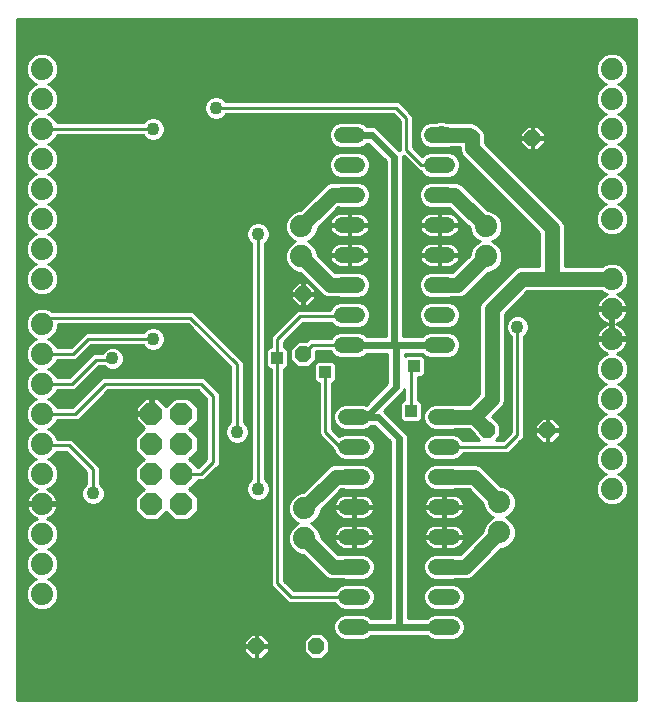
<source format=gbl>
G75*
%MOIN*%
%OFA0B0*%
%FSLAX25Y25*%
%IPPOS*%
%LPD*%
%AMOC8*
5,1,8,0,0,1.08239X$1,22.5*
%
%ADD10C,0.05200*%
%ADD11OC8,0.07400*%
%ADD12C,0.07400*%
%ADD13OC8,0.05200*%
%ADD14C,0.05000*%
%ADD15C,0.02400*%
%ADD16C,0.01000*%
%ADD17C,0.04356*%
%ADD18R,0.03962X0.03962*%
%ADD19C,0.03200*%
D10*
X0116400Y0091524D02*
X0121600Y0091524D01*
X0121600Y0101524D02*
X0116400Y0101524D01*
X0116400Y0111524D02*
X0121600Y0111524D01*
X0121600Y0121524D02*
X0116400Y0121524D01*
X0116400Y0131524D02*
X0121600Y0131524D01*
X0121600Y0141524D02*
X0116400Y0141524D01*
X0116400Y0151524D02*
X0121600Y0151524D01*
X0121600Y0161524D02*
X0116400Y0161524D01*
X0114900Y0185524D02*
X0120100Y0185524D01*
X0120100Y0195524D02*
X0114900Y0195524D01*
X0114900Y0205524D02*
X0120100Y0205524D01*
X0120100Y0215524D02*
X0114900Y0215524D01*
X0114900Y0225524D02*
X0120100Y0225524D01*
X0120100Y0235524D02*
X0114900Y0235524D01*
X0114900Y0245524D02*
X0120100Y0245524D01*
X0120100Y0255524D02*
X0114900Y0255524D01*
X0144900Y0255524D02*
X0150100Y0255524D01*
X0150100Y0245524D02*
X0144900Y0245524D01*
X0144900Y0235524D02*
X0150100Y0235524D01*
X0150100Y0225524D02*
X0144900Y0225524D01*
X0144900Y0215524D02*
X0150100Y0215524D01*
X0150100Y0205524D02*
X0144900Y0205524D01*
X0144900Y0195524D02*
X0150100Y0195524D01*
X0150100Y0185524D02*
X0144900Y0185524D01*
X0146400Y0161524D02*
X0151600Y0161524D01*
X0151600Y0151524D02*
X0146400Y0151524D01*
X0146400Y0141524D02*
X0151600Y0141524D01*
X0151600Y0131524D02*
X0146400Y0131524D01*
X0146400Y0121524D02*
X0151600Y0121524D01*
X0151600Y0111524D02*
X0146400Y0111524D01*
X0146400Y0101524D02*
X0151600Y0101524D01*
X0151600Y0091524D02*
X0146400Y0091524D01*
D11*
X0061500Y0132524D03*
X0061500Y0142524D03*
X0061500Y0152524D03*
X0061500Y0162524D03*
X0051500Y0162524D03*
X0051500Y0152524D03*
X0051500Y0142524D03*
X0051500Y0132524D03*
D12*
X0015000Y0132524D03*
X0015000Y0142524D03*
X0015000Y0152524D03*
X0015000Y0162524D03*
X0015000Y0172524D03*
X0015000Y0182524D03*
X0015000Y0192524D03*
X0015000Y0207524D03*
X0015000Y0217524D03*
X0015000Y0227524D03*
X0015000Y0237524D03*
X0015000Y0247524D03*
X0015000Y0257524D03*
X0015000Y0267524D03*
X0015000Y0277524D03*
X0101500Y0225024D03*
X0101500Y0215024D03*
X0163000Y0215024D03*
X0163000Y0225024D03*
X0205000Y0227524D03*
X0205000Y0237524D03*
X0205000Y0247524D03*
X0205000Y0257524D03*
X0205000Y0267524D03*
X0205000Y0277524D03*
X0205000Y0207524D03*
X0205000Y0197524D03*
X0205000Y0187524D03*
X0205000Y0177524D03*
X0205000Y0167524D03*
X0205000Y0157524D03*
X0205000Y0147524D03*
X0205000Y0137524D03*
X0167500Y0133024D03*
X0167500Y0123024D03*
X0102500Y0121024D03*
X0102500Y0131024D03*
X0015000Y0122524D03*
X0015000Y0112524D03*
X0015000Y0102524D03*
D13*
X0086500Y0085024D03*
X0106500Y0085024D03*
X0163500Y0157024D03*
X0183500Y0157024D03*
X0178500Y0254524D03*
X0158500Y0254524D03*
X0102000Y0202424D03*
X0102000Y0182424D03*
D14*
X0111000Y0205524D02*
X0101500Y0215024D01*
X0101500Y0225024D02*
X0112000Y0235524D01*
X0117500Y0235524D01*
X0117500Y0205524D02*
X0111000Y0205524D01*
X0147500Y0205524D02*
X0153500Y0205524D01*
X0163000Y0215024D01*
X0163000Y0225024D02*
X0152500Y0235524D01*
X0147500Y0235524D01*
X0158500Y0251024D02*
X0185000Y0224524D01*
X0185000Y0207524D01*
X0205000Y0207524D01*
X0185000Y0207524D02*
X0175000Y0207524D01*
X0165000Y0197524D01*
X0165000Y0167524D01*
X0159000Y0161524D01*
X0163500Y0157024D01*
X0159000Y0161524D02*
X0149000Y0161524D01*
X0149000Y0141524D02*
X0159000Y0141524D01*
X0167500Y0133024D01*
X0167500Y0123024D02*
X0156000Y0111524D01*
X0149000Y0111524D01*
X0119000Y0111524D02*
X0112000Y0111524D01*
X0102500Y0121024D01*
X0102500Y0131024D02*
X0113000Y0141524D01*
X0119000Y0141524D01*
X0158500Y0251024D02*
X0158500Y0254524D01*
X0157500Y0255524D01*
X0147500Y0255524D01*
X0148000Y0256024D01*
D15*
X0132500Y0248024D02*
X0132500Y0186024D01*
X0133000Y0185524D01*
X0133000Y0171524D01*
X0123000Y0161524D01*
X0119000Y0161524D01*
X0127000Y0161524D01*
X0134000Y0154524D01*
X0134000Y0091524D01*
X0149000Y0091524D01*
X0134000Y0091524D02*
X0119000Y0091524D01*
X0117500Y0185524D02*
X0133000Y0185524D01*
X0147500Y0185524D01*
X0132500Y0248024D02*
X0125000Y0255524D01*
X0117500Y0255524D01*
D16*
X0006714Y0294244D02*
X0006714Y0067024D01*
X0213050Y0067024D01*
X0213050Y0294244D01*
X0006714Y0294244D01*
X0006714Y0294178D02*
X0213050Y0294178D01*
X0213050Y0293180D02*
X0006714Y0293180D01*
X0006714Y0292181D02*
X0213050Y0292181D01*
X0213050Y0291183D02*
X0006714Y0291183D01*
X0006714Y0290184D02*
X0213050Y0290184D01*
X0213050Y0289186D02*
X0006714Y0289186D01*
X0006714Y0288187D02*
X0213050Y0288187D01*
X0213050Y0287189D02*
X0006714Y0287189D01*
X0006714Y0286190D02*
X0213050Y0286190D01*
X0213050Y0285192D02*
X0006714Y0285192D01*
X0006714Y0284193D02*
X0213050Y0284193D01*
X0213050Y0283195D02*
X0006714Y0283195D01*
X0006714Y0282196D02*
X0012170Y0282196D01*
X0011941Y0282102D02*
X0010422Y0280582D01*
X0009600Y0278598D01*
X0009600Y0276449D01*
X0010422Y0274465D01*
X0011941Y0272946D01*
X0012960Y0272524D01*
X0011941Y0272102D01*
X0010422Y0270582D01*
X0009600Y0268598D01*
X0009600Y0266449D01*
X0010422Y0264465D01*
X0011941Y0262946D01*
X0012960Y0262524D01*
X0011941Y0262102D01*
X0010422Y0260582D01*
X0009600Y0258598D01*
X0009600Y0256449D01*
X0010422Y0254465D01*
X0011941Y0252946D01*
X0012960Y0252524D01*
X0011941Y0252102D01*
X0010422Y0250582D01*
X0009600Y0248598D01*
X0009600Y0246449D01*
X0010422Y0244465D01*
X0011941Y0242946D01*
X0012960Y0242524D01*
X0011941Y0242102D01*
X0010422Y0240582D01*
X0009600Y0238598D01*
X0009600Y0236449D01*
X0010422Y0234465D01*
X0011941Y0232946D01*
X0012960Y0232524D01*
X0011941Y0232102D01*
X0010422Y0230582D01*
X0009600Y0228598D01*
X0009600Y0226449D01*
X0010422Y0224465D01*
X0011941Y0222946D01*
X0012960Y0222524D01*
X0011941Y0222102D01*
X0010422Y0220582D01*
X0009600Y0218598D01*
X0009600Y0216449D01*
X0010422Y0214465D01*
X0011941Y0212946D01*
X0012960Y0212524D01*
X0011941Y0212102D01*
X0010422Y0210582D01*
X0009600Y0208598D01*
X0009600Y0206449D01*
X0010422Y0204465D01*
X0011941Y0202946D01*
X0013926Y0202124D01*
X0016074Y0202124D01*
X0018059Y0202946D01*
X0019578Y0204465D01*
X0020400Y0206449D01*
X0020400Y0208598D01*
X0019578Y0210582D01*
X0018059Y0212102D01*
X0017040Y0212524D01*
X0018059Y0212946D01*
X0019578Y0214465D01*
X0020400Y0216449D01*
X0020400Y0218598D01*
X0019578Y0220582D01*
X0018059Y0222102D01*
X0017040Y0222524D01*
X0018059Y0222946D01*
X0019578Y0224465D01*
X0020400Y0226449D01*
X0020400Y0228598D01*
X0019578Y0230582D01*
X0018059Y0232102D01*
X0017040Y0232524D01*
X0018059Y0232946D01*
X0019578Y0234465D01*
X0020400Y0236449D01*
X0020400Y0238598D01*
X0019578Y0240582D01*
X0018059Y0242102D01*
X0017040Y0242524D01*
X0018059Y0242946D01*
X0019578Y0244465D01*
X0020400Y0246449D01*
X0020400Y0248598D01*
X0019578Y0250582D01*
X0018059Y0252102D01*
X0017040Y0252524D01*
X0018059Y0252946D01*
X0019578Y0254465D01*
X0019934Y0255324D01*
X0048716Y0255324D01*
X0049803Y0254236D01*
X0051229Y0253646D01*
X0052771Y0253646D01*
X0054197Y0254236D01*
X0055288Y0255327D01*
X0055878Y0256752D01*
X0055878Y0258295D01*
X0055288Y0259720D01*
X0054197Y0260811D01*
X0052771Y0261402D01*
X0051229Y0261402D01*
X0049803Y0260811D01*
X0048716Y0259724D01*
X0019934Y0259724D01*
X0019578Y0260582D01*
X0018059Y0262102D01*
X0017040Y0262524D01*
X0018059Y0262946D01*
X0019578Y0264465D01*
X0020400Y0266449D01*
X0020400Y0268598D01*
X0019578Y0270582D01*
X0018059Y0272102D01*
X0017040Y0272524D01*
X0018059Y0272946D01*
X0019578Y0274465D01*
X0020400Y0276449D01*
X0020400Y0278598D01*
X0019578Y0280582D01*
X0018059Y0282102D01*
X0016074Y0282924D01*
X0013926Y0282924D01*
X0011941Y0282102D01*
X0011037Y0281198D02*
X0006714Y0281198D01*
X0006714Y0280199D02*
X0010263Y0280199D01*
X0009850Y0279201D02*
X0006714Y0279201D01*
X0006714Y0278202D02*
X0009600Y0278202D01*
X0009600Y0277204D02*
X0006714Y0277204D01*
X0006714Y0276205D02*
X0009701Y0276205D01*
X0010115Y0275207D02*
X0006714Y0275207D01*
X0006714Y0274208D02*
X0010679Y0274208D01*
X0011677Y0273210D02*
X0006714Y0273210D01*
X0006714Y0272211D02*
X0012205Y0272211D01*
X0011052Y0271212D02*
X0006714Y0271212D01*
X0006714Y0270214D02*
X0010269Y0270214D01*
X0009856Y0269215D02*
X0006714Y0269215D01*
X0006714Y0268217D02*
X0009600Y0268217D01*
X0009600Y0267218D02*
X0006714Y0267218D01*
X0006714Y0266220D02*
X0009695Y0266220D01*
X0010109Y0265221D02*
X0006714Y0265221D01*
X0006714Y0264223D02*
X0010664Y0264223D01*
X0011662Y0263224D02*
X0006714Y0263224D01*
X0006714Y0262226D02*
X0012241Y0262226D01*
X0011067Y0261227D02*
X0006714Y0261227D01*
X0006714Y0260229D02*
X0010276Y0260229D01*
X0009862Y0259230D02*
X0006714Y0259230D01*
X0006714Y0258232D02*
X0009600Y0258232D01*
X0009600Y0257233D02*
X0006714Y0257233D01*
X0006714Y0256235D02*
X0009689Y0256235D01*
X0010103Y0255236D02*
X0006714Y0255236D01*
X0006714Y0254238D02*
X0010649Y0254238D01*
X0011648Y0253239D02*
X0006714Y0253239D01*
X0006714Y0252241D02*
X0012277Y0252241D01*
X0011082Y0251242D02*
X0006714Y0251242D01*
X0006714Y0250244D02*
X0010282Y0250244D01*
X0009868Y0249245D02*
X0006714Y0249245D01*
X0006714Y0248247D02*
X0009600Y0248247D01*
X0009600Y0247248D02*
X0006714Y0247248D01*
X0006714Y0246250D02*
X0009683Y0246250D01*
X0010096Y0245251D02*
X0006714Y0245251D01*
X0006714Y0244253D02*
X0010634Y0244253D01*
X0011633Y0243254D02*
X0006714Y0243254D01*
X0006714Y0242256D02*
X0012313Y0242256D01*
X0011097Y0241257D02*
X0006714Y0241257D01*
X0006714Y0240259D02*
X0010288Y0240259D01*
X0009874Y0239260D02*
X0006714Y0239260D01*
X0006714Y0238262D02*
X0009600Y0238262D01*
X0009600Y0237263D02*
X0006714Y0237263D01*
X0006714Y0236265D02*
X0009677Y0236265D01*
X0010090Y0235266D02*
X0006714Y0235266D01*
X0006714Y0234268D02*
X0010619Y0234268D01*
X0011618Y0233269D02*
X0006714Y0233269D01*
X0006714Y0232271D02*
X0012349Y0232271D01*
X0011112Y0231272D02*
X0006714Y0231272D01*
X0006714Y0230274D02*
X0010294Y0230274D01*
X0009881Y0229275D02*
X0006714Y0229275D01*
X0006714Y0228277D02*
X0009600Y0228277D01*
X0009600Y0227278D02*
X0006714Y0227278D01*
X0006714Y0226279D02*
X0009670Y0226279D01*
X0010084Y0225281D02*
X0006714Y0225281D01*
X0006714Y0224282D02*
X0010604Y0224282D01*
X0011603Y0223284D02*
X0006714Y0223284D01*
X0006714Y0222285D02*
X0012385Y0222285D01*
X0011127Y0221287D02*
X0006714Y0221287D01*
X0006714Y0220288D02*
X0010300Y0220288D01*
X0009887Y0219290D02*
X0006714Y0219290D01*
X0006714Y0218291D02*
X0009600Y0218291D01*
X0009600Y0217293D02*
X0006714Y0217293D01*
X0006714Y0216294D02*
X0009664Y0216294D01*
X0010078Y0215296D02*
X0006714Y0215296D01*
X0006714Y0214297D02*
X0010590Y0214297D01*
X0011588Y0213299D02*
X0006714Y0213299D01*
X0006714Y0212300D02*
X0012421Y0212300D01*
X0011141Y0211302D02*
X0006714Y0211302D01*
X0006714Y0210303D02*
X0010306Y0210303D01*
X0009893Y0209305D02*
X0006714Y0209305D01*
X0006714Y0208306D02*
X0009600Y0208306D01*
X0009600Y0207308D02*
X0006714Y0207308D01*
X0006714Y0206309D02*
X0009658Y0206309D01*
X0010072Y0205311D02*
X0006714Y0205311D01*
X0006714Y0204312D02*
X0010575Y0204312D01*
X0011573Y0203314D02*
X0006714Y0203314D01*
X0006714Y0202315D02*
X0013463Y0202315D01*
X0016537Y0202315D02*
X0084800Y0202315D01*
X0084800Y0201317D02*
X0006714Y0201317D01*
X0006714Y0200318D02*
X0084800Y0200318D01*
X0084800Y0199320D02*
X0006714Y0199320D01*
X0006714Y0198321D02*
X0084800Y0198321D01*
X0084800Y0197323D02*
X0017525Y0197323D01*
X0018059Y0197102D02*
X0016074Y0197924D01*
X0013926Y0197924D01*
X0011941Y0197102D01*
X0010422Y0195582D01*
X0009600Y0193598D01*
X0009600Y0191449D01*
X0010422Y0189465D01*
X0011941Y0187946D01*
X0012960Y0187524D01*
X0011941Y0187102D01*
X0010422Y0185582D01*
X0009600Y0183598D01*
X0009600Y0181449D01*
X0010422Y0179465D01*
X0011941Y0177946D01*
X0012960Y0177524D01*
X0011941Y0177102D01*
X0010422Y0175582D01*
X0009600Y0173598D01*
X0009600Y0171449D01*
X0010422Y0169465D01*
X0011941Y0167946D01*
X0012960Y0167524D01*
X0011941Y0167102D01*
X0010422Y0165582D01*
X0009600Y0163598D01*
X0009600Y0161449D01*
X0010422Y0159465D01*
X0011941Y0157946D01*
X0012960Y0157524D01*
X0011941Y0157102D01*
X0010422Y0155582D01*
X0009600Y0153598D01*
X0009600Y0151449D01*
X0010422Y0149465D01*
X0011941Y0147946D01*
X0012960Y0147524D01*
X0011941Y0147102D01*
X0010422Y0145582D01*
X0009600Y0143598D01*
X0009600Y0141449D01*
X0010422Y0139465D01*
X0011941Y0137946D01*
X0013224Y0137414D01*
X0013004Y0137343D01*
X0012275Y0136971D01*
X0011612Y0136490D01*
X0011034Y0135911D01*
X0010553Y0135249D01*
X0010181Y0134520D01*
X0009928Y0133741D01*
X0009814Y0133024D01*
X0014500Y0133024D01*
X0014500Y0132024D01*
X0009814Y0132024D01*
X0009928Y0131306D01*
X0010181Y0130528D01*
X0010553Y0129798D01*
X0011034Y0129136D01*
X0011612Y0128557D01*
X0012275Y0128076D01*
X0013004Y0127705D01*
X0013224Y0127633D01*
X0011941Y0127102D01*
X0010422Y0125582D01*
X0009600Y0123598D01*
X0009600Y0121449D01*
X0010422Y0119465D01*
X0011941Y0117946D01*
X0012960Y0117524D01*
X0011941Y0117102D01*
X0010422Y0115582D01*
X0009600Y0113598D01*
X0009600Y0111449D01*
X0010422Y0109465D01*
X0011941Y0107946D01*
X0012960Y0107524D01*
X0011941Y0107102D01*
X0010422Y0105582D01*
X0009600Y0103598D01*
X0009600Y0101449D01*
X0010422Y0099465D01*
X0011941Y0097946D01*
X0013926Y0097124D01*
X0016074Y0097124D01*
X0018059Y0097946D01*
X0019578Y0099465D01*
X0020400Y0101449D01*
X0020400Y0103598D01*
X0019578Y0105582D01*
X0018059Y0107102D01*
X0017040Y0107524D01*
X0018059Y0107946D01*
X0019578Y0109465D01*
X0020400Y0111449D01*
X0020400Y0113598D01*
X0019578Y0115582D01*
X0018059Y0117102D01*
X0017040Y0117524D01*
X0018059Y0117946D01*
X0019578Y0119465D01*
X0020400Y0121449D01*
X0020400Y0123598D01*
X0019578Y0125582D01*
X0018059Y0127102D01*
X0016776Y0127633D01*
X0016996Y0127705D01*
X0017725Y0128076D01*
X0018388Y0128557D01*
X0018966Y0129136D01*
X0019447Y0129798D01*
X0019819Y0130528D01*
X0020072Y0131306D01*
X0020186Y0132024D01*
X0015500Y0132024D01*
X0015500Y0133024D01*
X0020186Y0133024D01*
X0020072Y0133741D01*
X0019819Y0134520D01*
X0019447Y0135249D01*
X0018966Y0135911D01*
X0018388Y0136490D01*
X0017725Y0136971D01*
X0016996Y0137343D01*
X0016776Y0137414D01*
X0018059Y0137946D01*
X0019578Y0139465D01*
X0020400Y0141449D01*
X0020400Y0143598D01*
X0019578Y0145582D01*
X0018059Y0147102D01*
X0017040Y0147524D01*
X0018059Y0147946D01*
X0019578Y0149465D01*
X0019727Y0149824D01*
X0023089Y0149824D01*
X0029800Y0143112D01*
X0029800Y0139308D01*
X0028712Y0138220D01*
X0028122Y0136795D01*
X0028122Y0135252D01*
X0028712Y0133827D01*
X0029803Y0132736D01*
X0031229Y0132146D01*
X0032771Y0132146D01*
X0034197Y0132736D01*
X0035288Y0133827D01*
X0035878Y0135252D01*
X0035878Y0136795D01*
X0035288Y0138220D01*
X0034200Y0139308D01*
X0034200Y0144935D01*
X0026200Y0152935D01*
X0024911Y0154224D01*
X0020141Y0154224D01*
X0019578Y0155582D01*
X0018059Y0157102D01*
X0017040Y0157524D01*
X0018059Y0157946D01*
X0019578Y0159465D01*
X0019934Y0160324D01*
X0026911Y0160324D01*
X0028200Y0161612D01*
X0036911Y0170324D01*
X0067089Y0170324D01*
X0069800Y0167612D01*
X0069800Y0147435D01*
X0067089Y0144724D01*
X0066900Y0144724D01*
X0066900Y0144760D01*
X0064137Y0147524D01*
X0066900Y0150287D01*
X0066900Y0154760D01*
X0064137Y0157524D01*
X0066900Y0160287D01*
X0066900Y0164760D01*
X0063737Y0167924D01*
X0059263Y0167924D01*
X0056359Y0165019D01*
X0053654Y0167724D01*
X0052000Y0167724D01*
X0052000Y0163024D01*
X0051000Y0163024D01*
X0051000Y0167724D01*
X0049346Y0167724D01*
X0046300Y0164678D01*
X0046300Y0163024D01*
X0051000Y0163024D01*
X0051000Y0162024D01*
X0046300Y0162024D01*
X0046300Y0160370D01*
X0049005Y0157665D01*
X0046100Y0154760D01*
X0046100Y0150287D01*
X0048863Y0147524D01*
X0046100Y0144760D01*
X0046100Y0140287D01*
X0048863Y0137524D01*
X0046100Y0134760D01*
X0046100Y0130287D01*
X0049263Y0127124D01*
X0053737Y0127124D01*
X0056500Y0129887D01*
X0059263Y0127124D01*
X0063737Y0127124D01*
X0066900Y0130287D01*
X0066900Y0134760D01*
X0064137Y0137524D01*
X0066900Y0140287D01*
X0066900Y0140324D01*
X0068911Y0140324D01*
X0072911Y0144324D01*
X0074200Y0145612D01*
X0074200Y0169435D01*
X0070200Y0173435D01*
X0068911Y0174724D01*
X0035089Y0174724D01*
X0025089Y0164724D01*
X0019934Y0164724D01*
X0019578Y0165582D01*
X0018059Y0167102D01*
X0017040Y0167524D01*
X0018059Y0167946D01*
X0019578Y0169465D01*
X0019934Y0170324D01*
X0025911Y0170324D01*
X0033911Y0178324D01*
X0035716Y0178324D01*
X0036303Y0177736D01*
X0037729Y0177146D01*
X0039271Y0177146D01*
X0040697Y0177736D01*
X0041788Y0178827D01*
X0042378Y0180252D01*
X0042378Y0181795D01*
X0041788Y0183220D01*
X0040697Y0184311D01*
X0039271Y0184902D01*
X0037729Y0184902D01*
X0036303Y0184311D01*
X0035212Y0183220D01*
X0035007Y0182724D01*
X0032089Y0182724D01*
X0030800Y0181435D01*
X0024089Y0174724D01*
X0019934Y0174724D01*
X0019578Y0175582D01*
X0018059Y0177102D01*
X0017040Y0177524D01*
X0018059Y0177946D01*
X0019578Y0179465D01*
X0019934Y0180324D01*
X0026411Y0180324D01*
X0031411Y0185324D01*
X0048716Y0185324D01*
X0049803Y0184236D01*
X0051229Y0183646D01*
X0052771Y0183646D01*
X0054197Y0184236D01*
X0055288Y0185327D01*
X0055878Y0186752D01*
X0055878Y0188295D01*
X0055288Y0189720D01*
X0054197Y0190811D01*
X0052771Y0191402D01*
X0051229Y0191402D01*
X0049803Y0190811D01*
X0048716Y0189724D01*
X0029589Y0189724D01*
X0028300Y0188435D01*
X0024589Y0184724D01*
X0019934Y0184724D01*
X0019578Y0185582D01*
X0018059Y0187102D01*
X0017040Y0187524D01*
X0018059Y0187946D01*
X0019578Y0189465D01*
X0020400Y0191449D01*
X0020400Y0192324D01*
X0063589Y0192324D01*
X0077800Y0178112D01*
X0077800Y0159808D01*
X0076712Y0158720D01*
X0076122Y0157295D01*
X0076122Y0155752D01*
X0076712Y0154327D01*
X0077803Y0153236D01*
X0079229Y0152646D01*
X0080771Y0152646D01*
X0082197Y0153236D01*
X0083288Y0154327D01*
X0083878Y0155752D01*
X0083878Y0157295D01*
X0083288Y0158720D01*
X0082200Y0159808D01*
X0082200Y0179935D01*
X0066700Y0195435D01*
X0065411Y0196724D01*
X0018437Y0196724D01*
X0018059Y0197102D01*
X0017000Y0194524D02*
X0015000Y0192524D01*
X0017000Y0194524D02*
X0064500Y0194524D01*
X0080000Y0179024D01*
X0080000Y0156524D01*
X0077371Y0159379D02*
X0074200Y0159379D01*
X0074200Y0158381D02*
X0076572Y0158381D01*
X0076158Y0157382D02*
X0074200Y0157382D01*
X0074200Y0156384D02*
X0076122Y0156384D01*
X0076274Y0155385D02*
X0074200Y0155385D01*
X0074200Y0154387D02*
X0076688Y0154387D01*
X0077651Y0153388D02*
X0074200Y0153388D01*
X0074200Y0152390D02*
X0084800Y0152390D01*
X0084800Y0153388D02*
X0082349Y0153388D01*
X0083312Y0154387D02*
X0084800Y0154387D01*
X0084800Y0155385D02*
X0083726Y0155385D01*
X0083878Y0156384D02*
X0084800Y0156384D01*
X0084800Y0157382D02*
X0083842Y0157382D01*
X0083428Y0158381D02*
X0084800Y0158381D01*
X0084800Y0159379D02*
X0082629Y0159379D01*
X0082200Y0160378D02*
X0084800Y0160378D01*
X0084800Y0161376D02*
X0082200Y0161376D01*
X0082200Y0162375D02*
X0084800Y0162375D01*
X0084800Y0163373D02*
X0082200Y0163373D01*
X0082200Y0164372D02*
X0084800Y0164372D01*
X0084800Y0165370D02*
X0082200Y0165370D01*
X0082200Y0166369D02*
X0084800Y0166369D01*
X0084800Y0167367D02*
X0082200Y0167367D01*
X0082200Y0168366D02*
X0084800Y0168366D01*
X0084800Y0169364D02*
X0082200Y0169364D01*
X0082200Y0170363D02*
X0084800Y0170363D01*
X0084800Y0171361D02*
X0082200Y0171361D01*
X0082200Y0172360D02*
X0084800Y0172360D01*
X0084800Y0173358D02*
X0082200Y0173358D01*
X0082200Y0174357D02*
X0084800Y0174357D01*
X0084800Y0175355D02*
X0082200Y0175355D01*
X0082200Y0176354D02*
X0084800Y0176354D01*
X0084800Y0177352D02*
X0082200Y0177352D01*
X0082200Y0178351D02*
X0084800Y0178351D01*
X0084800Y0179349D02*
X0082200Y0179349D01*
X0081787Y0180348D02*
X0084800Y0180348D01*
X0084800Y0181346D02*
X0080788Y0181346D01*
X0079790Y0182345D02*
X0084800Y0182345D01*
X0084800Y0183343D02*
X0078791Y0183343D01*
X0077793Y0184342D02*
X0084800Y0184342D01*
X0084800Y0185341D02*
X0076794Y0185341D01*
X0075796Y0186339D02*
X0084800Y0186339D01*
X0084800Y0187338D02*
X0074797Y0187338D01*
X0073799Y0188336D02*
X0084800Y0188336D01*
X0084800Y0189335D02*
X0072800Y0189335D01*
X0071802Y0190333D02*
X0084800Y0190333D01*
X0084800Y0191332D02*
X0070803Y0191332D01*
X0069805Y0192330D02*
X0084800Y0192330D01*
X0084800Y0193329D02*
X0068806Y0193329D01*
X0067808Y0194327D02*
X0084800Y0194327D01*
X0084800Y0195326D02*
X0066809Y0195326D01*
X0065811Y0196324D02*
X0084800Y0196324D01*
X0089200Y0196324D02*
X0099189Y0196324D01*
X0098800Y0195935D02*
X0091300Y0188435D01*
X0091300Y0184705D01*
X0090815Y0184705D01*
X0089819Y0183709D01*
X0089819Y0178338D01*
X0090815Y0177343D01*
X0091300Y0177343D01*
X0091300Y0105112D01*
X0092589Y0103824D01*
X0097089Y0099324D01*
X0112657Y0099324D01*
X0112755Y0099088D01*
X0113964Y0097878D01*
X0115545Y0097224D01*
X0122455Y0097224D01*
X0124036Y0097878D01*
X0125245Y0099088D01*
X0125900Y0100668D01*
X0125900Y0102379D01*
X0125245Y0103959D01*
X0124036Y0105169D01*
X0122455Y0105824D01*
X0115545Y0105824D01*
X0113964Y0105169D01*
X0112755Y0103959D01*
X0112657Y0103724D01*
X0098911Y0103724D01*
X0095700Y0106935D01*
X0095700Y0177343D01*
X0096185Y0177343D01*
X0097181Y0178338D01*
X0097181Y0183709D01*
X0096185Y0184705D01*
X0095700Y0184705D01*
X0095700Y0186612D01*
X0101911Y0192824D01*
X0111519Y0192824D01*
X0112464Y0191878D01*
X0114045Y0191224D01*
X0120955Y0191224D01*
X0122536Y0191878D01*
X0123745Y0193088D01*
X0124400Y0194668D01*
X0124400Y0196379D01*
X0123745Y0197959D01*
X0122536Y0199169D01*
X0120955Y0199824D01*
X0114045Y0199824D01*
X0112464Y0199169D01*
X0111255Y0197959D01*
X0110950Y0197224D01*
X0100089Y0197224D01*
X0098800Y0195935D01*
X0098191Y0195326D02*
X0089200Y0195326D01*
X0089200Y0194327D02*
X0097192Y0194327D01*
X0096194Y0193329D02*
X0089200Y0193329D01*
X0089200Y0192330D02*
X0095195Y0192330D01*
X0094197Y0191332D02*
X0089200Y0191332D01*
X0089200Y0190333D02*
X0093198Y0190333D01*
X0092200Y0189335D02*
X0089200Y0189335D01*
X0089200Y0188336D02*
X0091300Y0188336D01*
X0091300Y0187338D02*
X0089200Y0187338D01*
X0089200Y0186339D02*
X0091300Y0186339D01*
X0091300Y0185341D02*
X0089200Y0185341D01*
X0089200Y0184342D02*
X0090452Y0184342D01*
X0089819Y0183343D02*
X0089200Y0183343D01*
X0089200Y0182345D02*
X0089819Y0182345D01*
X0089819Y0181346D02*
X0089200Y0181346D01*
X0089200Y0180348D02*
X0089819Y0180348D01*
X0089819Y0179349D02*
X0089200Y0179349D01*
X0089200Y0178351D02*
X0089819Y0178351D01*
X0089200Y0177352D02*
X0090805Y0177352D01*
X0091300Y0176354D02*
X0089200Y0176354D01*
X0089200Y0175355D02*
X0091300Y0175355D01*
X0091300Y0174357D02*
X0089200Y0174357D01*
X0089200Y0173358D02*
X0091300Y0173358D01*
X0091300Y0172360D02*
X0089200Y0172360D01*
X0089200Y0171361D02*
X0091300Y0171361D01*
X0091300Y0170363D02*
X0089200Y0170363D01*
X0089200Y0169364D02*
X0091300Y0169364D01*
X0091300Y0168366D02*
X0089200Y0168366D01*
X0089200Y0167367D02*
X0091300Y0167367D01*
X0091300Y0166369D02*
X0089200Y0166369D01*
X0089200Y0165370D02*
X0091300Y0165370D01*
X0091300Y0164372D02*
X0089200Y0164372D01*
X0089200Y0163373D02*
X0091300Y0163373D01*
X0091300Y0162375D02*
X0089200Y0162375D01*
X0089200Y0161376D02*
X0091300Y0161376D01*
X0091300Y0160378D02*
X0089200Y0160378D01*
X0089200Y0159379D02*
X0091300Y0159379D01*
X0091300Y0158381D02*
X0089200Y0158381D01*
X0089200Y0157382D02*
X0091300Y0157382D01*
X0091300Y0156384D02*
X0089200Y0156384D01*
X0089200Y0155385D02*
X0091300Y0155385D01*
X0091300Y0154387D02*
X0089200Y0154387D01*
X0089200Y0153388D02*
X0091300Y0153388D01*
X0091300Y0152390D02*
X0089200Y0152390D01*
X0089200Y0151391D02*
X0091300Y0151391D01*
X0091300Y0150393D02*
X0089200Y0150393D01*
X0089200Y0149394D02*
X0091300Y0149394D01*
X0091300Y0148396D02*
X0089200Y0148396D01*
X0089200Y0147397D02*
X0091300Y0147397D01*
X0091300Y0146399D02*
X0089200Y0146399D01*
X0089200Y0145400D02*
X0091300Y0145400D01*
X0091300Y0144402D02*
X0089200Y0144402D01*
X0089200Y0143403D02*
X0091300Y0143403D01*
X0091300Y0142405D02*
X0089200Y0142405D01*
X0089200Y0141406D02*
X0091300Y0141406D01*
X0091300Y0140408D02*
X0089600Y0140408D01*
X0089200Y0140808D02*
X0089200Y0219239D01*
X0090288Y0220327D01*
X0090878Y0221752D01*
X0090878Y0223295D01*
X0090288Y0224720D01*
X0089197Y0225811D01*
X0087771Y0226402D01*
X0086229Y0226402D01*
X0084803Y0225811D01*
X0083712Y0224720D01*
X0083122Y0223295D01*
X0083122Y0221752D01*
X0083712Y0220327D01*
X0084800Y0219239D01*
X0084800Y0140808D01*
X0083712Y0139720D01*
X0083122Y0138295D01*
X0083122Y0136752D01*
X0083712Y0135327D01*
X0084803Y0134236D01*
X0086229Y0133646D01*
X0087771Y0133646D01*
X0089197Y0134236D01*
X0090288Y0135327D01*
X0090878Y0136752D01*
X0090878Y0138295D01*
X0090288Y0139720D01*
X0089200Y0140808D01*
X0090417Y0139409D02*
X0091300Y0139409D01*
X0091300Y0138410D02*
X0090830Y0138410D01*
X0090878Y0137412D02*
X0091300Y0137412D01*
X0091300Y0136413D02*
X0090738Y0136413D01*
X0090324Y0135415D02*
X0091300Y0135415D01*
X0091300Y0134416D02*
X0089377Y0134416D01*
X0091300Y0133418D02*
X0066900Y0133418D01*
X0066900Y0134416D02*
X0084623Y0134416D01*
X0083676Y0135415D02*
X0066245Y0135415D01*
X0065247Y0136413D02*
X0083262Y0136413D01*
X0083122Y0137412D02*
X0064248Y0137412D01*
X0065024Y0138410D02*
X0083170Y0138410D01*
X0083583Y0139409D02*
X0066022Y0139409D01*
X0068995Y0140408D02*
X0084400Y0140408D01*
X0084800Y0141406D02*
X0069994Y0141406D01*
X0070992Y0142405D02*
X0084800Y0142405D01*
X0084800Y0143403D02*
X0071991Y0143403D01*
X0072989Y0144402D02*
X0084800Y0144402D01*
X0084800Y0145400D02*
X0073988Y0145400D01*
X0074200Y0146399D02*
X0084800Y0146399D01*
X0084800Y0147397D02*
X0074200Y0147397D01*
X0074200Y0148396D02*
X0084800Y0148396D01*
X0084800Y0149394D02*
X0074200Y0149394D01*
X0074200Y0150393D02*
X0084800Y0150393D01*
X0084800Y0151391D02*
X0074200Y0151391D01*
X0069800Y0151391D02*
X0066900Y0151391D01*
X0066900Y0150393D02*
X0069800Y0150393D01*
X0069800Y0149394D02*
X0066007Y0149394D01*
X0065009Y0148396D02*
X0069800Y0148396D01*
X0069762Y0147397D02*
X0064263Y0147397D01*
X0065262Y0146399D02*
X0068764Y0146399D01*
X0067765Y0145400D02*
X0066260Y0145400D01*
X0068000Y0142524D02*
X0072000Y0146524D01*
X0072000Y0168524D01*
X0068000Y0172524D01*
X0036000Y0172524D01*
X0026000Y0162524D01*
X0015000Y0162524D01*
X0011208Y0166369D02*
X0006714Y0166369D01*
X0006714Y0167367D02*
X0012583Y0167367D01*
X0011521Y0168366D02*
X0006714Y0168366D01*
X0006714Y0169364D02*
X0010523Y0169364D01*
X0010050Y0170363D02*
X0006714Y0170363D01*
X0006714Y0171361D02*
X0009637Y0171361D01*
X0009600Y0172360D02*
X0006714Y0172360D01*
X0006714Y0173358D02*
X0009600Y0173358D01*
X0009914Y0174357D02*
X0006714Y0174357D01*
X0006714Y0175355D02*
X0010328Y0175355D01*
X0011194Y0176354D02*
X0006714Y0176354D01*
X0006714Y0177352D02*
X0012547Y0177352D01*
X0011536Y0178351D02*
X0006714Y0178351D01*
X0006714Y0179349D02*
X0010537Y0179349D01*
X0010056Y0180348D02*
X0006714Y0180348D01*
X0006714Y0181346D02*
X0009643Y0181346D01*
X0009600Y0182345D02*
X0006714Y0182345D01*
X0006714Y0183343D02*
X0009600Y0183343D01*
X0009908Y0184342D02*
X0006714Y0184342D01*
X0006714Y0185341D02*
X0010322Y0185341D01*
X0011179Y0186339D02*
X0006714Y0186339D01*
X0006714Y0187338D02*
X0012511Y0187338D01*
X0011551Y0188336D02*
X0006714Y0188336D01*
X0006714Y0189335D02*
X0010552Y0189335D01*
X0010062Y0190333D02*
X0006714Y0190333D01*
X0006714Y0191332D02*
X0009649Y0191332D01*
X0009600Y0192330D02*
X0006714Y0192330D01*
X0006714Y0193329D02*
X0009600Y0193329D01*
X0009902Y0194327D02*
X0006714Y0194327D01*
X0006714Y0195326D02*
X0010316Y0195326D01*
X0011164Y0196324D02*
X0006714Y0196324D01*
X0006714Y0197323D02*
X0012475Y0197323D01*
X0018427Y0203314D02*
X0084800Y0203314D01*
X0084800Y0204312D02*
X0019425Y0204312D01*
X0019928Y0205311D02*
X0084800Y0205311D01*
X0084800Y0206309D02*
X0020342Y0206309D01*
X0020400Y0207308D02*
X0084800Y0207308D01*
X0084800Y0208306D02*
X0020400Y0208306D01*
X0020107Y0209305D02*
X0084800Y0209305D01*
X0084800Y0210303D02*
X0019694Y0210303D01*
X0018859Y0211302D02*
X0084800Y0211302D01*
X0084800Y0212300D02*
X0017579Y0212300D01*
X0018412Y0213299D02*
X0084800Y0213299D01*
X0084800Y0214297D02*
X0019410Y0214297D01*
X0019922Y0215296D02*
X0084800Y0215296D01*
X0084800Y0216294D02*
X0020336Y0216294D01*
X0020400Y0217293D02*
X0084800Y0217293D01*
X0084800Y0218291D02*
X0020400Y0218291D01*
X0020113Y0219290D02*
X0084749Y0219290D01*
X0083751Y0220288D02*
X0019700Y0220288D01*
X0018873Y0221287D02*
X0083315Y0221287D01*
X0083122Y0222285D02*
X0017615Y0222285D01*
X0018397Y0223284D02*
X0083122Y0223284D01*
X0083531Y0224282D02*
X0019396Y0224282D01*
X0019916Y0225281D02*
X0084273Y0225281D01*
X0085934Y0226279D02*
X0020330Y0226279D01*
X0020400Y0227278D02*
X0096589Y0227278D01*
X0096922Y0228082D02*
X0096100Y0226098D01*
X0096100Y0223949D01*
X0096922Y0221965D01*
X0098441Y0220446D01*
X0099460Y0220024D01*
X0098441Y0219602D01*
X0096922Y0218082D01*
X0096100Y0216098D01*
X0096100Y0213949D01*
X0096922Y0211965D01*
X0098441Y0210446D01*
X0100426Y0209624D01*
X0100960Y0209624D01*
X0108621Y0201963D01*
X0110165Y0201324D01*
X0113803Y0201324D01*
X0114045Y0201224D01*
X0120955Y0201224D01*
X0122536Y0201878D01*
X0123745Y0203088D01*
X0124400Y0204668D01*
X0124400Y0206379D01*
X0123745Y0207959D01*
X0122536Y0209169D01*
X0120955Y0209824D01*
X0114045Y0209824D01*
X0113803Y0209724D01*
X0112740Y0209724D01*
X0106900Y0215563D01*
X0106900Y0216098D01*
X0106078Y0218082D01*
X0104559Y0219602D01*
X0103540Y0220024D01*
X0104559Y0220446D01*
X0106078Y0221965D01*
X0106900Y0223949D01*
X0106900Y0224484D01*
X0113740Y0231324D01*
X0113803Y0231324D01*
X0114045Y0231224D01*
X0120955Y0231224D01*
X0122536Y0231878D01*
X0123745Y0233088D01*
X0124400Y0234668D01*
X0124400Y0236379D01*
X0123745Y0237959D01*
X0122536Y0239169D01*
X0120955Y0239824D01*
X0114045Y0239824D01*
X0113803Y0239724D01*
X0111165Y0239724D01*
X0109621Y0239084D01*
X0100960Y0230424D01*
X0100426Y0230424D01*
X0098441Y0229602D01*
X0096922Y0228082D01*
X0097116Y0228277D02*
X0020400Y0228277D01*
X0020119Y0229275D02*
X0098115Y0229275D01*
X0100064Y0230274D02*
X0019706Y0230274D01*
X0018888Y0231272D02*
X0101809Y0231272D01*
X0102807Y0232271D02*
X0017651Y0232271D01*
X0018382Y0233269D02*
X0103806Y0233269D01*
X0104804Y0234268D02*
X0019381Y0234268D01*
X0019910Y0235266D02*
X0105803Y0235266D01*
X0106801Y0236265D02*
X0020323Y0236265D01*
X0020400Y0237263D02*
X0107800Y0237263D01*
X0108798Y0238262D02*
X0020400Y0238262D01*
X0020126Y0239260D02*
X0110046Y0239260D01*
X0112464Y0241878D02*
X0114045Y0241224D01*
X0120955Y0241224D01*
X0122536Y0241878D01*
X0123745Y0243088D01*
X0124400Y0244668D01*
X0124400Y0246379D01*
X0123745Y0247959D01*
X0122536Y0249169D01*
X0120955Y0249824D01*
X0114045Y0249824D01*
X0112464Y0249169D01*
X0111255Y0247959D01*
X0110600Y0246379D01*
X0110600Y0244668D01*
X0111255Y0243088D01*
X0112464Y0241878D01*
X0112087Y0242256D02*
X0017687Y0242256D01*
X0018367Y0243254D02*
X0111186Y0243254D01*
X0110772Y0244253D02*
X0019366Y0244253D01*
X0019904Y0245251D02*
X0110600Y0245251D01*
X0110600Y0246250D02*
X0020317Y0246250D01*
X0020400Y0247248D02*
X0110960Y0247248D01*
X0111542Y0248247D02*
X0020400Y0248247D01*
X0020132Y0249245D02*
X0112648Y0249245D01*
X0114000Y0251242D02*
X0018918Y0251242D01*
X0019718Y0250244D02*
X0126179Y0250244D01*
X0127177Y0249245D02*
X0122352Y0249245D01*
X0123458Y0248247D02*
X0128176Y0248247D01*
X0129174Y0247248D02*
X0124040Y0247248D01*
X0124400Y0246250D02*
X0129600Y0246250D01*
X0129600Y0246822D02*
X0129600Y0188424D01*
X0123281Y0188424D01*
X0122536Y0189169D01*
X0120955Y0189824D01*
X0114045Y0189824D01*
X0112464Y0189169D01*
X0111255Y0187959D01*
X0111157Y0187724D01*
X0104189Y0187724D01*
X0103189Y0186724D01*
X0100219Y0186724D01*
X0097700Y0184205D01*
X0097700Y0180643D01*
X0100219Y0178124D01*
X0103781Y0178124D01*
X0106300Y0180643D01*
X0106300Y0183324D01*
X0111157Y0183324D01*
X0111255Y0183088D01*
X0112464Y0181878D01*
X0114045Y0181224D01*
X0120955Y0181224D01*
X0122536Y0181878D01*
X0123281Y0182624D01*
X0130100Y0182624D01*
X0130100Y0172725D01*
X0122981Y0165606D01*
X0122455Y0165824D01*
X0115545Y0165824D01*
X0113964Y0165169D01*
X0112755Y0163959D01*
X0112100Y0162379D01*
X0112100Y0160668D01*
X0112755Y0159088D01*
X0113964Y0157878D01*
X0115545Y0157224D01*
X0122455Y0157224D01*
X0124036Y0157878D01*
X0124781Y0158624D01*
X0125799Y0158624D01*
X0131100Y0153322D01*
X0131100Y0094424D01*
X0124781Y0094424D01*
X0124036Y0095169D01*
X0122455Y0095824D01*
X0115545Y0095824D01*
X0113964Y0095169D01*
X0112755Y0093959D01*
X0112100Y0092379D01*
X0112100Y0090668D01*
X0112755Y0089088D01*
X0113964Y0087878D01*
X0115545Y0087224D01*
X0122455Y0087224D01*
X0124036Y0087878D01*
X0124781Y0088624D01*
X0143219Y0088624D01*
X0143964Y0087878D01*
X0145545Y0087224D01*
X0152455Y0087224D01*
X0154036Y0087878D01*
X0155245Y0089088D01*
X0155900Y0090668D01*
X0155900Y0092379D01*
X0155245Y0093959D01*
X0154036Y0095169D01*
X0152455Y0095824D01*
X0145545Y0095824D01*
X0143964Y0095169D01*
X0143219Y0094424D01*
X0136900Y0094424D01*
X0136900Y0155100D01*
X0136458Y0156166D01*
X0135643Y0156982D01*
X0135643Y0156982D01*
X0129458Y0163166D01*
X0129101Y0163524D01*
X0134643Y0169065D01*
X0135458Y0169881D01*
X0135800Y0170705D01*
X0135800Y0167205D01*
X0135315Y0167205D01*
X0134319Y0166209D01*
X0134319Y0160838D01*
X0135315Y0159843D01*
X0140685Y0159843D01*
X0141681Y0160838D01*
X0141681Y0166209D01*
X0140685Y0167205D01*
X0140200Y0167205D01*
X0140200Y0174843D01*
X0141685Y0174843D01*
X0142681Y0175838D01*
X0142681Y0181209D01*
X0141685Y0182205D01*
X0136315Y0182205D01*
X0135900Y0181790D01*
X0135900Y0182624D01*
X0141719Y0182624D01*
X0142464Y0181878D01*
X0144045Y0181224D01*
X0150955Y0181224D01*
X0152536Y0181878D01*
X0153745Y0183088D01*
X0154400Y0184668D01*
X0154400Y0186379D01*
X0153745Y0187959D01*
X0152536Y0189169D01*
X0150955Y0189824D01*
X0144045Y0189824D01*
X0142464Y0189169D01*
X0141719Y0188424D01*
X0135400Y0188424D01*
X0135400Y0248512D01*
X0135589Y0248324D01*
X0140589Y0243324D01*
X0141157Y0243324D01*
X0141255Y0243088D01*
X0142464Y0241878D01*
X0144045Y0241224D01*
X0150955Y0241224D01*
X0152536Y0241878D01*
X0153745Y0243088D01*
X0154400Y0244668D01*
X0154400Y0246379D01*
X0153745Y0247959D01*
X0152536Y0249169D01*
X0150955Y0249824D01*
X0144045Y0249824D01*
X0142464Y0249169D01*
X0141715Y0248420D01*
X0138700Y0251435D01*
X0138700Y0261935D01*
X0137411Y0263224D01*
X0135200Y0265435D01*
X0133911Y0266724D01*
X0076284Y0266724D01*
X0075197Y0267811D01*
X0073771Y0268402D01*
X0072229Y0268402D01*
X0070803Y0267811D01*
X0069712Y0266720D01*
X0069122Y0265295D01*
X0069122Y0263752D01*
X0069712Y0262327D01*
X0070803Y0261236D01*
X0072229Y0260646D01*
X0073771Y0260646D01*
X0075197Y0261236D01*
X0076284Y0262324D01*
X0132089Y0262324D01*
X0134300Y0260112D01*
X0134300Y0250325D01*
X0134143Y0250482D01*
X0126643Y0257982D01*
X0125577Y0258424D01*
X0123281Y0258424D01*
X0122536Y0259169D01*
X0120955Y0259824D01*
X0114045Y0259824D01*
X0112464Y0259169D01*
X0111255Y0257959D01*
X0110600Y0256379D01*
X0110600Y0254668D01*
X0111255Y0253088D01*
X0112464Y0251878D01*
X0114045Y0251224D01*
X0120955Y0251224D01*
X0122536Y0251878D01*
X0123281Y0252624D01*
X0123799Y0252624D01*
X0129600Y0246822D01*
X0129600Y0245251D02*
X0124400Y0245251D01*
X0124228Y0244253D02*
X0129600Y0244253D01*
X0129600Y0243254D02*
X0123814Y0243254D01*
X0122913Y0242256D02*
X0129600Y0242256D01*
X0129600Y0241257D02*
X0121036Y0241257D01*
X0122316Y0239260D02*
X0129600Y0239260D01*
X0129600Y0238262D02*
X0123443Y0238262D01*
X0124034Y0237263D02*
X0129600Y0237263D01*
X0129600Y0236265D02*
X0124400Y0236265D01*
X0124400Y0235266D02*
X0129600Y0235266D01*
X0129600Y0234268D02*
X0124234Y0234268D01*
X0123820Y0233269D02*
X0129600Y0233269D01*
X0129600Y0232271D02*
X0122928Y0232271D01*
X0121072Y0231272D02*
X0129600Y0231272D01*
X0129600Y0230274D02*
X0112690Y0230274D01*
X0113232Y0229275D02*
X0111691Y0229275D01*
X0112229Y0228651D02*
X0111773Y0228195D01*
X0111393Y0227672D01*
X0111100Y0227097D01*
X0110901Y0226484D01*
X0110800Y0225846D01*
X0110800Y0225824D01*
X0117200Y0225824D01*
X0117200Y0229624D01*
X0114577Y0229624D01*
X0113940Y0229523D01*
X0113326Y0229323D01*
X0112751Y0229030D01*
X0112229Y0228651D01*
X0111855Y0228277D02*
X0110693Y0228277D01*
X0111192Y0227278D02*
X0109694Y0227278D01*
X0108696Y0226279D02*
X0110869Y0226279D01*
X0110800Y0225224D02*
X0110800Y0225201D01*
X0110901Y0224564D01*
X0111100Y0223950D01*
X0111393Y0223375D01*
X0111773Y0222853D01*
X0112229Y0222396D01*
X0112751Y0222017D01*
X0113326Y0221724D01*
X0113940Y0221525D01*
X0114577Y0221424D01*
X0117200Y0221424D01*
X0117200Y0225224D01*
X0110800Y0225224D01*
X0110992Y0224282D02*
X0106900Y0224282D01*
X0106624Y0223284D02*
X0111459Y0223284D01*
X0112382Y0222285D02*
X0106211Y0222285D01*
X0105400Y0221287D02*
X0129600Y0221287D01*
X0129600Y0222285D02*
X0122618Y0222285D01*
X0122771Y0222396D02*
X0123227Y0222853D01*
X0123607Y0223375D01*
X0123900Y0223950D01*
X0124099Y0224564D01*
X0124200Y0225201D01*
X0124200Y0225224D01*
X0117800Y0225224D01*
X0117800Y0225824D01*
X0117200Y0225824D01*
X0117200Y0225224D01*
X0117800Y0225224D01*
X0117800Y0221424D01*
X0120423Y0221424D01*
X0121060Y0221525D01*
X0121674Y0221724D01*
X0122249Y0222017D01*
X0122771Y0222396D01*
X0123541Y0223284D02*
X0129600Y0223284D01*
X0129600Y0224282D02*
X0124008Y0224282D01*
X0124200Y0225824D02*
X0124200Y0225846D01*
X0124099Y0226484D01*
X0123900Y0227097D01*
X0123607Y0227672D01*
X0123227Y0228195D01*
X0122771Y0228651D01*
X0122249Y0229030D01*
X0121674Y0229323D01*
X0121060Y0229523D01*
X0120423Y0229624D01*
X0117800Y0229624D01*
X0117800Y0225824D01*
X0124200Y0225824D01*
X0124131Y0226279D02*
X0129600Y0226279D01*
X0129600Y0225281D02*
X0117800Y0225281D01*
X0117200Y0225281D02*
X0107697Y0225281D01*
X0104179Y0220288D02*
X0129600Y0220288D01*
X0129600Y0219290D02*
X0121739Y0219290D01*
X0121674Y0219323D02*
X0121060Y0219523D01*
X0120423Y0219624D01*
X0117800Y0219624D01*
X0117800Y0215824D01*
X0117200Y0215824D01*
X0117200Y0219624D01*
X0114577Y0219624D01*
X0113940Y0219523D01*
X0113326Y0219323D01*
X0112751Y0219030D01*
X0112229Y0218651D01*
X0111773Y0218195D01*
X0111393Y0217672D01*
X0111100Y0217097D01*
X0110901Y0216484D01*
X0110800Y0215846D01*
X0110800Y0215824D01*
X0117200Y0215824D01*
X0117200Y0215224D01*
X0110800Y0215224D01*
X0110800Y0215201D01*
X0110901Y0214564D01*
X0111100Y0213950D01*
X0111393Y0213375D01*
X0111773Y0212853D01*
X0112229Y0212396D01*
X0112751Y0212017D01*
X0113326Y0211724D01*
X0113940Y0211525D01*
X0114577Y0211424D01*
X0117200Y0211424D01*
X0117200Y0215224D01*
X0117800Y0215224D01*
X0117800Y0215824D01*
X0124200Y0215824D01*
X0124200Y0215846D01*
X0124099Y0216484D01*
X0123900Y0217097D01*
X0123607Y0217672D01*
X0123227Y0218195D01*
X0122771Y0218651D01*
X0122249Y0219030D01*
X0121674Y0219323D01*
X0123130Y0218291D02*
X0129600Y0218291D01*
X0129600Y0217293D02*
X0123800Y0217293D01*
X0124129Y0216294D02*
X0129600Y0216294D01*
X0129600Y0215296D02*
X0117800Y0215296D01*
X0117800Y0215224D02*
X0124200Y0215224D01*
X0124200Y0215201D01*
X0124099Y0214564D01*
X0123900Y0213950D01*
X0123607Y0213375D01*
X0123227Y0212853D01*
X0122771Y0212396D01*
X0122249Y0212017D01*
X0121674Y0211724D01*
X0121060Y0211525D01*
X0120423Y0211424D01*
X0117800Y0211424D01*
X0117800Y0215224D01*
X0117200Y0215296D02*
X0107167Y0215296D01*
X0106819Y0216294D02*
X0110871Y0216294D01*
X0111200Y0217293D02*
X0106405Y0217293D01*
X0105869Y0218291D02*
X0111869Y0218291D01*
X0113261Y0219290D02*
X0104870Y0219290D01*
X0108166Y0214297D02*
X0110987Y0214297D01*
X0111449Y0213299D02*
X0109164Y0213299D01*
X0110163Y0212300D02*
X0112361Y0212300D01*
X0111161Y0211302D02*
X0129600Y0211302D01*
X0129600Y0212300D02*
X0122639Y0212300D01*
X0123551Y0213299D02*
X0129600Y0213299D01*
X0129600Y0214297D02*
X0124013Y0214297D01*
X0122208Y0209305D02*
X0129600Y0209305D01*
X0129600Y0210303D02*
X0112160Y0210303D01*
X0117200Y0212300D02*
X0117800Y0212300D01*
X0117800Y0213299D02*
X0117200Y0213299D01*
X0117200Y0214297D02*
X0117800Y0214297D01*
X0117800Y0216294D02*
X0117200Y0216294D01*
X0117200Y0217293D02*
X0117800Y0217293D01*
X0117800Y0218291D02*
X0117200Y0218291D01*
X0117200Y0219290D02*
X0117800Y0219290D01*
X0117800Y0222285D02*
X0117200Y0222285D01*
X0117200Y0223284D02*
X0117800Y0223284D01*
X0117800Y0224282D02*
X0117200Y0224282D01*
X0117200Y0226279D02*
X0117800Y0226279D01*
X0117800Y0227278D02*
X0117200Y0227278D01*
X0117200Y0228277D02*
X0117800Y0228277D01*
X0117800Y0229275D02*
X0117200Y0229275D01*
X0113928Y0231272D02*
X0113688Y0231272D01*
X0121768Y0229275D02*
X0129600Y0229275D01*
X0129600Y0228277D02*
X0123145Y0228277D01*
X0123808Y0227278D02*
X0129600Y0227278D01*
X0135400Y0227278D02*
X0141192Y0227278D01*
X0141100Y0227097D02*
X0140901Y0226484D01*
X0140800Y0225846D01*
X0140800Y0225824D01*
X0147200Y0225824D01*
X0147200Y0229624D01*
X0144577Y0229624D01*
X0143940Y0229523D01*
X0143326Y0229323D01*
X0142751Y0229030D01*
X0142229Y0228651D01*
X0141773Y0228195D01*
X0141393Y0227672D01*
X0141100Y0227097D01*
X0140869Y0226279D02*
X0135400Y0226279D01*
X0135400Y0225281D02*
X0147200Y0225281D01*
X0147200Y0225224D02*
X0140800Y0225224D01*
X0140800Y0225201D01*
X0140901Y0224564D01*
X0141100Y0223950D01*
X0141393Y0223375D01*
X0141773Y0222853D01*
X0142229Y0222396D01*
X0142751Y0222017D01*
X0143326Y0221724D01*
X0143940Y0221525D01*
X0144577Y0221424D01*
X0147200Y0221424D01*
X0147200Y0225224D01*
X0147200Y0225824D01*
X0147800Y0225824D01*
X0147800Y0229624D01*
X0150423Y0229624D01*
X0151060Y0229523D01*
X0151674Y0229323D01*
X0152249Y0229030D01*
X0152771Y0228651D01*
X0153227Y0228195D01*
X0153607Y0227672D01*
X0153900Y0227097D01*
X0154099Y0226484D01*
X0154200Y0225846D01*
X0154200Y0225824D01*
X0147800Y0225824D01*
X0147800Y0225224D01*
X0154200Y0225224D01*
X0154200Y0225201D01*
X0154099Y0224564D01*
X0153900Y0223950D01*
X0153607Y0223375D01*
X0153227Y0222853D01*
X0152771Y0222396D01*
X0152249Y0222017D01*
X0151674Y0221724D01*
X0151060Y0221525D01*
X0150423Y0221424D01*
X0147800Y0221424D01*
X0147800Y0225224D01*
X0147200Y0225224D01*
X0147800Y0225281D02*
X0156803Y0225281D01*
X0157600Y0224484D02*
X0157600Y0223949D01*
X0158422Y0221965D01*
X0159941Y0220446D01*
X0160960Y0220024D01*
X0159941Y0219602D01*
X0158422Y0218082D01*
X0157600Y0216098D01*
X0157600Y0215563D01*
X0151760Y0209724D01*
X0151197Y0209724D01*
X0150955Y0209824D01*
X0144045Y0209824D01*
X0142464Y0209169D01*
X0141255Y0207959D01*
X0140600Y0206379D01*
X0140600Y0204668D01*
X0141255Y0203088D01*
X0142464Y0201878D01*
X0144045Y0201224D01*
X0150955Y0201224D01*
X0151197Y0201324D01*
X0154335Y0201324D01*
X0155879Y0201963D01*
X0163540Y0209624D01*
X0164074Y0209624D01*
X0166059Y0210446D01*
X0167578Y0211965D01*
X0168400Y0213949D01*
X0168400Y0216098D01*
X0167578Y0218082D01*
X0166059Y0219602D01*
X0165040Y0220024D01*
X0166059Y0220446D01*
X0167578Y0221965D01*
X0168400Y0223949D01*
X0168400Y0226098D01*
X0167578Y0228082D01*
X0166059Y0229602D01*
X0164074Y0230424D01*
X0163540Y0230424D01*
X0154879Y0239084D01*
X0153335Y0239724D01*
X0151197Y0239724D01*
X0150955Y0239824D01*
X0144045Y0239824D01*
X0142464Y0239169D01*
X0141255Y0237959D01*
X0140600Y0236379D01*
X0140600Y0234668D01*
X0141255Y0233088D01*
X0142464Y0231878D01*
X0144045Y0231224D01*
X0150860Y0231224D01*
X0157600Y0224484D01*
X0157600Y0224282D02*
X0154008Y0224282D01*
X0153541Y0223284D02*
X0157876Y0223284D01*
X0158289Y0222285D02*
X0152618Y0222285D01*
X0151674Y0219323D02*
X0151060Y0219523D01*
X0150423Y0219624D01*
X0147800Y0219624D01*
X0147800Y0215824D01*
X0147200Y0215824D01*
X0147200Y0219624D01*
X0144577Y0219624D01*
X0143940Y0219523D01*
X0143326Y0219323D01*
X0142751Y0219030D01*
X0142229Y0218651D01*
X0141773Y0218195D01*
X0141393Y0217672D01*
X0141100Y0217097D01*
X0140901Y0216484D01*
X0140800Y0215846D01*
X0140800Y0215824D01*
X0147200Y0215824D01*
X0147200Y0215224D01*
X0140800Y0215224D01*
X0140800Y0215201D01*
X0140901Y0214564D01*
X0141100Y0213950D01*
X0141393Y0213375D01*
X0141773Y0212853D01*
X0142229Y0212396D01*
X0142751Y0212017D01*
X0143326Y0211724D01*
X0143940Y0211525D01*
X0144577Y0211424D01*
X0147200Y0211424D01*
X0147200Y0215224D01*
X0147800Y0215224D01*
X0147800Y0215824D01*
X0154200Y0215824D01*
X0154200Y0215846D01*
X0154099Y0216484D01*
X0153900Y0217097D01*
X0153607Y0217672D01*
X0153227Y0218195D01*
X0152771Y0218651D01*
X0152249Y0219030D01*
X0151674Y0219323D01*
X0151739Y0219290D02*
X0159630Y0219290D01*
X0160321Y0220288D02*
X0135400Y0220288D01*
X0135400Y0219290D02*
X0143261Y0219290D01*
X0141869Y0218291D02*
X0135400Y0218291D01*
X0135400Y0217293D02*
X0141200Y0217293D01*
X0140871Y0216294D02*
X0135400Y0216294D01*
X0135400Y0215296D02*
X0147200Y0215296D01*
X0147800Y0215296D02*
X0157333Y0215296D01*
X0157681Y0216294D02*
X0154129Y0216294D01*
X0153800Y0217293D02*
X0158095Y0217293D01*
X0158631Y0218291D02*
X0153130Y0218291D01*
X0154200Y0215224D02*
X0147800Y0215224D01*
X0147800Y0211424D01*
X0150423Y0211424D01*
X0151060Y0211525D01*
X0151674Y0211724D01*
X0152249Y0212017D01*
X0152771Y0212396D01*
X0153227Y0212853D01*
X0153607Y0213375D01*
X0153900Y0213950D01*
X0154099Y0214564D01*
X0154200Y0215201D01*
X0154200Y0215224D01*
X0154013Y0214297D02*
X0156334Y0214297D01*
X0155336Y0213299D02*
X0153551Y0213299D01*
X0154337Y0212300D02*
X0152639Y0212300D01*
X0153339Y0211302D02*
X0135400Y0211302D01*
X0135400Y0212300D02*
X0142361Y0212300D01*
X0141449Y0213299D02*
X0135400Y0213299D01*
X0135400Y0214297D02*
X0140987Y0214297D01*
X0142792Y0209305D02*
X0135400Y0209305D01*
X0135400Y0210303D02*
X0152340Y0210303D01*
X0147800Y0212300D02*
X0147200Y0212300D01*
X0147200Y0213299D02*
X0147800Y0213299D01*
X0147800Y0214297D02*
X0147200Y0214297D01*
X0147200Y0216294D02*
X0147800Y0216294D01*
X0147800Y0217293D02*
X0147200Y0217293D01*
X0147200Y0218291D02*
X0147800Y0218291D01*
X0147800Y0219290D02*
X0147200Y0219290D01*
X0147200Y0222285D02*
X0147800Y0222285D01*
X0147800Y0223284D02*
X0147200Y0223284D01*
X0147200Y0224282D02*
X0147800Y0224282D01*
X0147800Y0226279D02*
X0147200Y0226279D01*
X0147200Y0227278D02*
X0147800Y0227278D01*
X0147800Y0228277D02*
X0147200Y0228277D01*
X0147200Y0229275D02*
X0147800Y0229275D01*
X0151768Y0229275D02*
X0152809Y0229275D01*
X0153145Y0228277D02*
X0153807Y0228277D01*
X0153808Y0227278D02*
X0154806Y0227278D01*
X0154131Y0226279D02*
X0155804Y0226279D01*
X0151810Y0230274D02*
X0135400Y0230274D01*
X0135400Y0231272D02*
X0143928Y0231272D01*
X0142072Y0232271D02*
X0135400Y0232271D01*
X0135400Y0233269D02*
X0141180Y0233269D01*
X0140766Y0234268D02*
X0135400Y0234268D01*
X0135400Y0235266D02*
X0140600Y0235266D01*
X0140600Y0236265D02*
X0135400Y0236265D01*
X0135400Y0237263D02*
X0140966Y0237263D01*
X0141557Y0238262D02*
X0135400Y0238262D01*
X0135400Y0239260D02*
X0142684Y0239260D01*
X0143964Y0241257D02*
X0135400Y0241257D01*
X0135400Y0240259D02*
X0163325Y0240259D01*
X0162327Y0241257D02*
X0151036Y0241257D01*
X0152913Y0242256D02*
X0161328Y0242256D01*
X0160330Y0243254D02*
X0153814Y0243254D01*
X0154228Y0244253D02*
X0159331Y0244253D01*
X0158333Y0245251D02*
X0154400Y0245251D01*
X0154400Y0246250D02*
X0157334Y0246250D01*
X0156336Y0247248D02*
X0154040Y0247248D01*
X0153458Y0248247D02*
X0155337Y0248247D01*
X0154939Y0248645D02*
X0154300Y0250188D01*
X0154300Y0251324D01*
X0151197Y0251324D01*
X0150955Y0251224D01*
X0144045Y0251224D01*
X0142464Y0251878D01*
X0141255Y0253088D01*
X0140600Y0254668D01*
X0140600Y0256379D01*
X0141255Y0257959D01*
X0142464Y0259169D01*
X0144045Y0259824D01*
X0146199Y0259824D01*
X0147165Y0260224D01*
X0148835Y0260224D01*
X0149801Y0259824D01*
X0150955Y0259824D01*
X0151197Y0259724D01*
X0158335Y0259724D01*
X0159879Y0259084D01*
X0160140Y0258824D01*
X0160281Y0258824D01*
X0162800Y0256305D01*
X0162800Y0252743D01*
X0162760Y0252703D01*
X0187379Y0228084D01*
X0188561Y0226903D01*
X0189200Y0225359D01*
X0189200Y0211724D01*
X0201563Y0211724D01*
X0201941Y0212102D01*
X0203926Y0212924D01*
X0206074Y0212924D01*
X0208059Y0212102D01*
X0209578Y0210582D01*
X0210400Y0208598D01*
X0210400Y0206449D01*
X0209578Y0204465D01*
X0208059Y0202946D01*
X0206776Y0202414D01*
X0206996Y0202343D01*
X0207725Y0201971D01*
X0208388Y0201490D01*
X0208966Y0200911D01*
X0209447Y0200249D01*
X0209819Y0199520D01*
X0210072Y0198741D01*
X0210186Y0198024D01*
X0205500Y0198024D01*
X0205500Y0197024D01*
X0210186Y0197024D01*
X0210072Y0196306D01*
X0209819Y0195528D01*
X0209447Y0194798D01*
X0208966Y0194136D01*
X0208388Y0193557D01*
X0207725Y0193076D01*
X0206996Y0192705D01*
X0206439Y0192524D01*
X0206996Y0192343D01*
X0207725Y0191971D01*
X0208388Y0191490D01*
X0208966Y0190911D01*
X0209447Y0190249D01*
X0209819Y0189520D01*
X0210072Y0188741D01*
X0210186Y0188024D01*
X0205500Y0188024D01*
X0204500Y0188024D01*
X0204500Y0197024D01*
X0199814Y0197024D01*
X0199928Y0196306D01*
X0200181Y0195528D01*
X0200553Y0194798D01*
X0201034Y0194136D01*
X0201612Y0193557D01*
X0202275Y0193076D01*
X0203004Y0192705D01*
X0203561Y0192524D01*
X0203004Y0192343D01*
X0202275Y0191971D01*
X0201612Y0191490D01*
X0201034Y0190911D01*
X0200553Y0190249D01*
X0200181Y0189520D01*
X0199928Y0188741D01*
X0199814Y0188024D01*
X0204500Y0188024D01*
X0204500Y0187024D01*
X0199814Y0187024D01*
X0199928Y0186306D01*
X0200181Y0185528D01*
X0200553Y0184798D01*
X0201034Y0184136D01*
X0201612Y0183557D01*
X0202275Y0183076D01*
X0203004Y0182705D01*
X0203224Y0182633D01*
X0201941Y0182102D01*
X0200422Y0180582D01*
X0199600Y0178598D01*
X0199600Y0176449D01*
X0200422Y0174465D01*
X0201941Y0172946D01*
X0202960Y0172524D01*
X0201941Y0172102D01*
X0200422Y0170582D01*
X0199600Y0168598D01*
X0199600Y0166449D01*
X0200422Y0164465D01*
X0201941Y0162946D01*
X0202960Y0162524D01*
X0201941Y0162102D01*
X0200422Y0160582D01*
X0199600Y0158598D01*
X0199600Y0156449D01*
X0200422Y0154465D01*
X0201941Y0152946D01*
X0202960Y0152524D01*
X0201941Y0152102D01*
X0200422Y0150582D01*
X0199600Y0148598D01*
X0199600Y0146449D01*
X0200422Y0144465D01*
X0201941Y0142946D01*
X0202960Y0142524D01*
X0201941Y0142102D01*
X0200422Y0140582D01*
X0199600Y0138598D01*
X0199600Y0136449D01*
X0200422Y0134465D01*
X0201941Y0132946D01*
X0203926Y0132124D01*
X0206074Y0132124D01*
X0208059Y0132946D01*
X0209578Y0134465D01*
X0210400Y0136449D01*
X0210400Y0138598D01*
X0209578Y0140582D01*
X0208059Y0142102D01*
X0207040Y0142524D01*
X0208059Y0142946D01*
X0209578Y0144465D01*
X0210400Y0146449D01*
X0210400Y0148598D01*
X0209578Y0150582D01*
X0208059Y0152102D01*
X0207040Y0152524D01*
X0208059Y0152946D01*
X0209578Y0154465D01*
X0210400Y0156449D01*
X0210400Y0158598D01*
X0209578Y0160582D01*
X0208059Y0162102D01*
X0207040Y0162524D01*
X0208059Y0162946D01*
X0209578Y0164465D01*
X0210400Y0166449D01*
X0210400Y0168598D01*
X0209578Y0170582D01*
X0208059Y0172102D01*
X0207040Y0172524D01*
X0208059Y0172946D01*
X0209578Y0174465D01*
X0210400Y0176449D01*
X0210400Y0178598D01*
X0209578Y0180582D01*
X0208059Y0182102D01*
X0206776Y0182633D01*
X0206996Y0182705D01*
X0207725Y0183076D01*
X0208388Y0183557D01*
X0208966Y0184136D01*
X0209447Y0184798D01*
X0209819Y0185528D01*
X0210072Y0186306D01*
X0210186Y0187024D01*
X0205500Y0187024D01*
X0205500Y0188024D01*
X0205500Y0192338D01*
X0205500Y0197024D01*
X0204500Y0197024D01*
X0204500Y0198024D01*
X0199814Y0198024D01*
X0199928Y0198741D01*
X0200181Y0199520D01*
X0200553Y0200249D01*
X0201034Y0200911D01*
X0201612Y0201490D01*
X0202275Y0201971D01*
X0203004Y0202343D01*
X0203224Y0202414D01*
X0201941Y0202946D01*
X0201563Y0203324D01*
X0176740Y0203324D01*
X0169200Y0195784D01*
X0169200Y0166688D01*
X0168561Y0165145D01*
X0167379Y0163963D01*
X0164940Y0161524D01*
X0165140Y0161324D01*
X0165281Y0161324D01*
X0167800Y0158805D01*
X0167800Y0155243D01*
X0166281Y0153724D01*
X0168589Y0153724D01*
X0171300Y0156435D01*
X0171300Y0188239D01*
X0170212Y0189327D01*
X0169622Y0190752D01*
X0169622Y0192295D01*
X0170212Y0193720D01*
X0171303Y0194811D01*
X0172729Y0195402D01*
X0174271Y0195402D01*
X0175697Y0194811D01*
X0176788Y0193720D01*
X0177378Y0192295D01*
X0177378Y0190752D01*
X0176788Y0189327D01*
X0175700Y0188239D01*
X0175700Y0154612D01*
X0174411Y0153324D01*
X0171700Y0150612D01*
X0171700Y0150612D01*
X0170411Y0149324D01*
X0155343Y0149324D01*
X0155245Y0149088D01*
X0154036Y0147878D01*
X0152455Y0147224D01*
X0145545Y0147224D01*
X0143964Y0147878D01*
X0142755Y0149088D01*
X0142100Y0150668D01*
X0142100Y0152379D01*
X0142755Y0153959D01*
X0143964Y0155169D01*
X0145545Y0155824D01*
X0152455Y0155824D01*
X0154036Y0155169D01*
X0155245Y0153959D01*
X0155343Y0153724D01*
X0160719Y0153724D01*
X0159200Y0155243D01*
X0159200Y0155384D01*
X0157260Y0157324D01*
X0152697Y0157324D01*
X0152455Y0157224D01*
X0145545Y0157224D01*
X0143964Y0157878D01*
X0142755Y0159088D01*
X0142100Y0160668D01*
X0142100Y0162379D01*
X0142755Y0163959D01*
X0143964Y0165169D01*
X0145545Y0165824D01*
X0152455Y0165824D01*
X0152697Y0165724D01*
X0157260Y0165724D01*
X0160800Y0169263D01*
X0160800Y0198359D01*
X0161439Y0199903D01*
X0171439Y0209903D01*
X0172621Y0211084D01*
X0174165Y0211724D01*
X0180800Y0211724D01*
X0180800Y0222784D01*
X0154939Y0248645D01*
X0154691Y0249245D02*
X0152352Y0249245D01*
X0154300Y0250244D02*
X0139891Y0250244D01*
X0138893Y0251242D02*
X0144000Y0251242D01*
X0142102Y0252241D02*
X0138700Y0252241D01*
X0138700Y0253239D02*
X0141192Y0253239D01*
X0140778Y0254238D02*
X0138700Y0254238D01*
X0138700Y0255236D02*
X0140600Y0255236D01*
X0140600Y0256235D02*
X0138700Y0256235D01*
X0138700Y0257233D02*
X0140954Y0257233D01*
X0141527Y0258232D02*
X0138700Y0258232D01*
X0138700Y0259230D02*
X0142612Y0259230D01*
X0138700Y0260229D02*
X0200276Y0260229D01*
X0200422Y0260582D02*
X0199600Y0258598D01*
X0199600Y0256449D01*
X0200422Y0254465D01*
X0201941Y0252946D01*
X0202960Y0252524D01*
X0201941Y0252102D01*
X0200422Y0250582D01*
X0199600Y0248598D01*
X0199600Y0246449D01*
X0200422Y0244465D01*
X0201941Y0242946D01*
X0202960Y0242524D01*
X0201941Y0242102D01*
X0200422Y0240582D01*
X0199600Y0238598D01*
X0199600Y0236449D01*
X0200422Y0234465D01*
X0201941Y0232946D01*
X0202960Y0232524D01*
X0201941Y0232102D01*
X0200422Y0230582D01*
X0199600Y0228598D01*
X0199600Y0226449D01*
X0200422Y0224465D01*
X0201941Y0222946D01*
X0203926Y0222124D01*
X0206074Y0222124D01*
X0208059Y0222946D01*
X0209578Y0224465D01*
X0210400Y0226449D01*
X0210400Y0228598D01*
X0209578Y0230582D01*
X0208059Y0232102D01*
X0207040Y0232524D01*
X0208059Y0232946D01*
X0209578Y0234465D01*
X0210400Y0236449D01*
X0210400Y0238598D01*
X0209578Y0240582D01*
X0208059Y0242102D01*
X0207040Y0242524D01*
X0208059Y0242946D01*
X0209578Y0244465D01*
X0210400Y0246449D01*
X0210400Y0248598D01*
X0209578Y0250582D01*
X0208059Y0252102D01*
X0207040Y0252524D01*
X0208059Y0252946D01*
X0209578Y0254465D01*
X0210400Y0256449D01*
X0210400Y0258598D01*
X0209578Y0260582D01*
X0208059Y0262102D01*
X0207040Y0262524D01*
X0208059Y0262946D01*
X0209578Y0264465D01*
X0210400Y0266449D01*
X0210400Y0268598D01*
X0209578Y0270582D01*
X0208059Y0272102D01*
X0207040Y0272524D01*
X0208059Y0272946D01*
X0209578Y0274465D01*
X0210400Y0276449D01*
X0210400Y0278598D01*
X0209578Y0280582D01*
X0208059Y0282102D01*
X0206074Y0282924D01*
X0203926Y0282924D01*
X0201941Y0282102D01*
X0200422Y0280582D01*
X0199600Y0278598D01*
X0199600Y0276449D01*
X0200422Y0274465D01*
X0201941Y0272946D01*
X0202960Y0272524D01*
X0201941Y0272102D01*
X0200422Y0270582D01*
X0199600Y0268598D01*
X0199600Y0266449D01*
X0200422Y0264465D01*
X0201941Y0262946D01*
X0202960Y0262524D01*
X0201941Y0262102D01*
X0200422Y0260582D01*
X0201067Y0261227D02*
X0138700Y0261227D01*
X0138409Y0262226D02*
X0202241Y0262226D01*
X0201662Y0263224D02*
X0137410Y0263224D01*
X0137411Y0263224D02*
X0137411Y0263224D01*
X0136412Y0264223D02*
X0200664Y0264223D01*
X0200109Y0265221D02*
X0135413Y0265221D01*
X0135200Y0265435D02*
X0135200Y0265435D01*
X0134415Y0266220D02*
X0199695Y0266220D01*
X0199600Y0267218D02*
X0075789Y0267218D01*
X0074217Y0268217D02*
X0199600Y0268217D01*
X0199856Y0269215D02*
X0020144Y0269215D01*
X0020400Y0268217D02*
X0071783Y0268217D01*
X0070211Y0267218D02*
X0020400Y0267218D01*
X0020305Y0266220D02*
X0069505Y0266220D01*
X0069122Y0265221D02*
X0019891Y0265221D01*
X0019336Y0264223D02*
X0069122Y0264223D01*
X0069341Y0263224D02*
X0018338Y0263224D01*
X0017759Y0262226D02*
X0069813Y0262226D01*
X0070824Y0261227D02*
X0053192Y0261227D01*
X0054779Y0260229D02*
X0134183Y0260229D01*
X0134300Y0259230D02*
X0122388Y0259230D01*
X0126040Y0258232D02*
X0134300Y0258232D01*
X0134300Y0257233D02*
X0127391Y0257233D01*
X0128390Y0256235D02*
X0134300Y0256235D01*
X0134300Y0255236D02*
X0129389Y0255236D01*
X0130387Y0254238D02*
X0134300Y0254238D01*
X0134300Y0253239D02*
X0131386Y0253239D01*
X0132384Y0252241D02*
X0134300Y0252241D01*
X0134300Y0251242D02*
X0133383Y0251242D01*
X0136500Y0250524D02*
X0136500Y0261024D01*
X0133000Y0264524D01*
X0073000Y0264524D01*
X0076187Y0262226D02*
X0132186Y0262226D01*
X0133185Y0261227D02*
X0075176Y0261227D01*
X0055878Y0258232D02*
X0111527Y0258232D01*
X0110954Y0257233D02*
X0055878Y0257233D01*
X0055664Y0256235D02*
X0110600Y0256235D01*
X0110600Y0255236D02*
X0055197Y0255236D01*
X0054198Y0254238D02*
X0110778Y0254238D01*
X0111192Y0253239D02*
X0018352Y0253239D01*
X0017723Y0252241D02*
X0112102Y0252241D01*
X0112612Y0259230D02*
X0055491Y0259230D01*
X0052000Y0257524D02*
X0015000Y0257524D01*
X0018933Y0261227D02*
X0050808Y0261227D01*
X0049221Y0260229D02*
X0019724Y0260229D01*
X0019897Y0255236D02*
X0048803Y0255236D01*
X0049802Y0254238D02*
X0019351Y0254238D01*
X0018903Y0241257D02*
X0113964Y0241257D01*
X0121000Y0251242D02*
X0125180Y0251242D01*
X0124182Y0252241D02*
X0122898Y0252241D01*
X0129600Y0240259D02*
X0019712Y0240259D01*
X0015500Y0218024D02*
X0015000Y0217524D01*
X0020351Y0191332D02*
X0051060Y0191332D01*
X0052940Y0191332D02*
X0064581Y0191332D01*
X0065579Y0190333D02*
X0054675Y0190333D01*
X0055447Y0189335D02*
X0066578Y0189335D01*
X0067576Y0188336D02*
X0055861Y0188336D01*
X0055878Y0187338D02*
X0068575Y0187338D01*
X0069573Y0186339D02*
X0055707Y0186339D01*
X0055293Y0185341D02*
X0070572Y0185341D01*
X0071570Y0184342D02*
X0054303Y0184342D01*
X0052000Y0187524D02*
X0030500Y0187524D01*
X0025500Y0182524D01*
X0015000Y0182524D01*
X0017453Y0177352D02*
X0026718Y0177352D01*
X0027716Y0178351D02*
X0018464Y0178351D01*
X0019463Y0179349D02*
X0028715Y0179349D01*
X0029713Y0180348D02*
X0026436Y0180348D01*
X0027434Y0181346D02*
X0030712Y0181346D01*
X0031710Y0182345D02*
X0028433Y0182345D01*
X0029431Y0183343D02*
X0035336Y0183343D01*
X0036378Y0184342D02*
X0030430Y0184342D01*
X0027203Y0187338D02*
X0017489Y0187338D01*
X0018449Y0188336D02*
X0028201Y0188336D01*
X0029200Y0189335D02*
X0019448Y0189335D01*
X0019938Y0190333D02*
X0049325Y0190333D01*
X0049697Y0184342D02*
X0040622Y0184342D01*
X0041664Y0183343D02*
X0072569Y0183343D01*
X0073567Y0182345D02*
X0042150Y0182345D01*
X0042378Y0181346D02*
X0074566Y0181346D01*
X0075564Y0180348D02*
X0042378Y0180348D01*
X0042004Y0179349D02*
X0076563Y0179349D01*
X0077561Y0178351D02*
X0041312Y0178351D01*
X0039771Y0177352D02*
X0077800Y0177352D01*
X0077800Y0176354D02*
X0031942Y0176354D01*
X0032940Y0177352D02*
X0037229Y0177352D01*
X0038000Y0180524D02*
X0038500Y0181024D01*
X0038000Y0180524D02*
X0033000Y0180524D01*
X0025000Y0172524D01*
X0015000Y0172524D01*
X0018806Y0176354D02*
X0025719Y0176354D01*
X0024721Y0175355D02*
X0019672Y0175355D01*
X0019477Y0169364D02*
X0029729Y0169364D01*
X0028731Y0168366D02*
X0018479Y0168366D01*
X0017417Y0167367D02*
X0027732Y0167367D01*
X0026734Y0166369D02*
X0018792Y0166369D01*
X0019666Y0165370D02*
X0025735Y0165370D01*
X0025950Y0170363D02*
X0030728Y0170363D01*
X0031726Y0171361D02*
X0026949Y0171361D01*
X0027948Y0172360D02*
X0032725Y0172360D01*
X0033723Y0173358D02*
X0028946Y0173358D01*
X0029945Y0174357D02*
X0034722Y0174357D01*
X0030943Y0175355D02*
X0077800Y0175355D01*
X0077800Y0174357D02*
X0069278Y0174357D01*
X0070277Y0173358D02*
X0077800Y0173358D01*
X0077800Y0172360D02*
X0071275Y0172360D01*
X0072274Y0171361D02*
X0077800Y0171361D01*
X0077800Y0170363D02*
X0073272Y0170363D01*
X0074200Y0169364D02*
X0077800Y0169364D01*
X0077800Y0168366D02*
X0074200Y0168366D01*
X0074200Y0167367D02*
X0077800Y0167367D01*
X0077800Y0166369D02*
X0074200Y0166369D01*
X0074200Y0165370D02*
X0077800Y0165370D01*
X0077800Y0164372D02*
X0074200Y0164372D01*
X0074200Y0163373D02*
X0077800Y0163373D01*
X0077800Y0162375D02*
X0074200Y0162375D01*
X0074200Y0161376D02*
X0077800Y0161376D01*
X0077800Y0160378D02*
X0074200Y0160378D01*
X0069800Y0160378D02*
X0066900Y0160378D01*
X0066900Y0161376D02*
X0069800Y0161376D01*
X0069800Y0162375D02*
X0066900Y0162375D01*
X0066900Y0163373D02*
X0069800Y0163373D01*
X0069800Y0164372D02*
X0066900Y0164372D01*
X0066290Y0165370D02*
X0069800Y0165370D01*
X0069800Y0166369D02*
X0065292Y0166369D01*
X0064293Y0167367D02*
X0069800Y0167367D01*
X0069047Y0168366D02*
X0034953Y0168366D01*
X0033955Y0167367D02*
X0048990Y0167367D01*
X0047991Y0166369D02*
X0032956Y0166369D01*
X0031958Y0165370D02*
X0046993Y0165370D01*
X0046300Y0164372D02*
X0030959Y0164372D01*
X0029961Y0163373D02*
X0046300Y0163373D01*
X0046300Y0161376D02*
X0027964Y0161376D01*
X0026965Y0160378D02*
X0046300Y0160378D01*
X0047290Y0159379D02*
X0019492Y0159379D01*
X0018494Y0158381D02*
X0048289Y0158381D01*
X0048722Y0157382D02*
X0017381Y0157382D01*
X0018777Y0156384D02*
X0047723Y0156384D01*
X0046725Y0155385D02*
X0019660Y0155385D01*
X0020073Y0154387D02*
X0046100Y0154387D01*
X0046100Y0153388D02*
X0025747Y0153388D01*
X0026745Y0152390D02*
X0046100Y0152390D01*
X0046100Y0151391D02*
X0027744Y0151391D01*
X0028742Y0150393D02*
X0046100Y0150393D01*
X0046993Y0149394D02*
X0029741Y0149394D01*
X0030739Y0148396D02*
X0047991Y0148396D01*
X0048737Y0147397D02*
X0031738Y0147397D01*
X0032736Y0146399D02*
X0047738Y0146399D01*
X0046740Y0145400D02*
X0033735Y0145400D01*
X0034200Y0144402D02*
X0046100Y0144402D01*
X0046100Y0143403D02*
X0034200Y0143403D01*
X0034200Y0142405D02*
X0046100Y0142405D01*
X0046100Y0141406D02*
X0034200Y0141406D01*
X0034200Y0140408D02*
X0046100Y0140408D01*
X0046978Y0139409D02*
X0034200Y0139409D01*
X0035097Y0138410D02*
X0047976Y0138410D01*
X0048752Y0137412D02*
X0035622Y0137412D01*
X0035878Y0136413D02*
X0047753Y0136413D01*
X0046755Y0135415D02*
X0035878Y0135415D01*
X0035532Y0134416D02*
X0046100Y0134416D01*
X0046100Y0133418D02*
X0034879Y0133418D01*
X0033432Y0132419D02*
X0046100Y0132419D01*
X0046100Y0131421D02*
X0020090Y0131421D01*
X0019765Y0130422D02*
X0046100Y0130422D01*
X0046963Y0129424D02*
X0019175Y0129424D01*
X0018206Y0128425D02*
X0047962Y0128425D01*
X0048960Y0127427D02*
X0017273Y0127427D01*
X0018732Y0126428D02*
X0091300Y0126428D01*
X0091300Y0125430D02*
X0019641Y0125430D01*
X0020055Y0124431D02*
X0091300Y0124431D01*
X0091300Y0123433D02*
X0020400Y0123433D01*
X0020400Y0122434D02*
X0091300Y0122434D01*
X0091300Y0121436D02*
X0020394Y0121436D01*
X0019981Y0120437D02*
X0091300Y0120437D01*
X0091300Y0119439D02*
X0019552Y0119439D01*
X0018553Y0118440D02*
X0091300Y0118440D01*
X0091300Y0117442D02*
X0017237Y0117442D01*
X0018717Y0116443D02*
X0091300Y0116443D01*
X0091300Y0115445D02*
X0019635Y0115445D01*
X0020049Y0114446D02*
X0091300Y0114446D01*
X0091300Y0113448D02*
X0020400Y0113448D01*
X0020400Y0112449D02*
X0091300Y0112449D01*
X0091300Y0111451D02*
X0020400Y0111451D01*
X0019987Y0110452D02*
X0091300Y0110452D01*
X0091300Y0109454D02*
X0019567Y0109454D01*
X0018568Y0108455D02*
X0091300Y0108455D01*
X0091300Y0107457D02*
X0017202Y0107457D01*
X0018702Y0106458D02*
X0091300Y0106458D01*
X0091300Y0105460D02*
X0019629Y0105460D01*
X0020042Y0104461D02*
X0091951Y0104461D01*
X0092950Y0103463D02*
X0020400Y0103463D01*
X0020400Y0102464D02*
X0093948Y0102464D01*
X0094947Y0101466D02*
X0020400Y0101466D01*
X0019993Y0100467D02*
X0095945Y0100467D01*
X0096944Y0099469D02*
X0019579Y0099469D01*
X0018583Y0098470D02*
X0113372Y0098470D01*
X0114946Y0097472D02*
X0016914Y0097472D01*
X0013086Y0097472D02*
X0006714Y0097472D01*
X0006714Y0098470D02*
X0011417Y0098470D01*
X0010421Y0099469D02*
X0006714Y0099469D01*
X0006714Y0100467D02*
X0010007Y0100467D01*
X0009600Y0101466D02*
X0006714Y0101466D01*
X0006714Y0102464D02*
X0009600Y0102464D01*
X0009600Y0103463D02*
X0006714Y0103463D01*
X0006714Y0104461D02*
X0009958Y0104461D01*
X0010371Y0105460D02*
X0006714Y0105460D01*
X0006714Y0106458D02*
X0011298Y0106458D01*
X0012798Y0107457D02*
X0006714Y0107457D01*
X0006714Y0108455D02*
X0011432Y0108455D01*
X0010433Y0109454D02*
X0006714Y0109454D01*
X0006714Y0110452D02*
X0010013Y0110452D01*
X0009600Y0111451D02*
X0006714Y0111451D01*
X0006714Y0112449D02*
X0009600Y0112449D01*
X0009600Y0113448D02*
X0006714Y0113448D01*
X0006714Y0114446D02*
X0009951Y0114446D01*
X0010365Y0115445D02*
X0006714Y0115445D01*
X0006714Y0116443D02*
X0011283Y0116443D01*
X0012763Y0117442D02*
X0006714Y0117442D01*
X0006714Y0118440D02*
X0011447Y0118440D01*
X0010448Y0119439D02*
X0006714Y0119439D01*
X0006714Y0120437D02*
X0010019Y0120437D01*
X0009606Y0121436D02*
X0006714Y0121436D01*
X0006714Y0122434D02*
X0009600Y0122434D01*
X0009600Y0123433D02*
X0006714Y0123433D01*
X0006714Y0124431D02*
X0009945Y0124431D01*
X0010359Y0125430D02*
X0006714Y0125430D01*
X0006714Y0126428D02*
X0011268Y0126428D01*
X0012727Y0127427D02*
X0006714Y0127427D01*
X0006714Y0128425D02*
X0011794Y0128425D01*
X0010825Y0129424D02*
X0006714Y0129424D01*
X0006714Y0130422D02*
X0010235Y0130422D01*
X0009910Y0131421D02*
X0006714Y0131421D01*
X0006714Y0132419D02*
X0014500Y0132419D01*
X0015500Y0132419D02*
X0030568Y0132419D01*
X0029121Y0133418D02*
X0020123Y0133418D01*
X0019853Y0134416D02*
X0028468Y0134416D01*
X0028122Y0135415D02*
X0019327Y0135415D01*
X0018464Y0136413D02*
X0028122Y0136413D01*
X0028378Y0137412D02*
X0016783Y0137412D01*
X0018524Y0138410D02*
X0028903Y0138410D01*
X0029800Y0139409D02*
X0019522Y0139409D01*
X0019968Y0140408D02*
X0029800Y0140408D01*
X0029800Y0141406D02*
X0020382Y0141406D01*
X0020400Y0142405D02*
X0029800Y0142405D01*
X0029509Y0143403D02*
X0020400Y0143403D01*
X0020067Y0144402D02*
X0028511Y0144402D01*
X0027512Y0145400D02*
X0019653Y0145400D01*
X0018762Y0146399D02*
X0026514Y0146399D01*
X0025515Y0147397D02*
X0017345Y0147397D01*
X0018509Y0148396D02*
X0024517Y0148396D01*
X0023518Y0149394D02*
X0019507Y0149394D01*
X0015500Y0152024D02*
X0015000Y0152524D01*
X0015500Y0152024D02*
X0024000Y0152024D01*
X0032000Y0144024D01*
X0032000Y0136024D01*
X0013217Y0137412D02*
X0006714Y0137412D01*
X0006714Y0138410D02*
X0011476Y0138410D01*
X0010478Y0139409D02*
X0006714Y0139409D01*
X0006714Y0140408D02*
X0010032Y0140408D01*
X0009618Y0141406D02*
X0006714Y0141406D01*
X0006714Y0142405D02*
X0009600Y0142405D01*
X0009600Y0143403D02*
X0006714Y0143403D01*
X0006714Y0144402D02*
X0009933Y0144402D01*
X0010347Y0145400D02*
X0006714Y0145400D01*
X0006714Y0146399D02*
X0011238Y0146399D01*
X0012655Y0147397D02*
X0006714Y0147397D01*
X0006714Y0148396D02*
X0011491Y0148396D01*
X0010493Y0149394D02*
X0006714Y0149394D01*
X0006714Y0150393D02*
X0010038Y0150393D01*
X0009624Y0151391D02*
X0006714Y0151391D01*
X0006714Y0152390D02*
X0009600Y0152390D01*
X0009600Y0153388D02*
X0006714Y0153388D01*
X0006714Y0154387D02*
X0009927Y0154387D01*
X0010340Y0155385D02*
X0006714Y0155385D01*
X0006714Y0156384D02*
X0011223Y0156384D01*
X0012619Y0157382D02*
X0006714Y0157382D01*
X0006714Y0158381D02*
X0011506Y0158381D01*
X0010508Y0159379D02*
X0006714Y0159379D01*
X0006714Y0160378D02*
X0010044Y0160378D01*
X0009630Y0161376D02*
X0006714Y0161376D01*
X0006714Y0162375D02*
X0009600Y0162375D01*
X0009600Y0163373D02*
X0006714Y0163373D01*
X0006714Y0164372D02*
X0009921Y0164372D01*
X0010334Y0165370D02*
X0006714Y0165370D01*
X0019678Y0185341D02*
X0025206Y0185341D01*
X0026204Y0186339D02*
X0018821Y0186339D01*
X0035952Y0169364D02*
X0068048Y0169364D01*
X0069800Y0159379D02*
X0065992Y0159379D01*
X0064994Y0158381D02*
X0069800Y0158381D01*
X0069800Y0157382D02*
X0064278Y0157382D01*
X0065277Y0156384D02*
X0069800Y0156384D01*
X0069800Y0155385D02*
X0066275Y0155385D01*
X0066900Y0154387D02*
X0069800Y0154387D01*
X0069800Y0153388D02*
X0066900Y0153388D01*
X0066900Y0152390D02*
X0069800Y0152390D01*
X0068000Y0142524D02*
X0061500Y0142524D01*
X0066900Y0132419D02*
X0091300Y0132419D01*
X0091300Y0131421D02*
X0066900Y0131421D01*
X0066900Y0130422D02*
X0091300Y0130422D01*
X0091300Y0129424D02*
X0066037Y0129424D01*
X0065038Y0128425D02*
X0091300Y0128425D01*
X0091300Y0127427D02*
X0064040Y0127427D01*
X0058960Y0127427D02*
X0054040Y0127427D01*
X0055038Y0128425D02*
X0057962Y0128425D01*
X0056963Y0129424D02*
X0056037Y0129424D01*
X0051000Y0162375D02*
X0028962Y0162375D01*
X0011536Y0136413D02*
X0006714Y0136413D01*
X0006714Y0135415D02*
X0010673Y0135415D01*
X0010147Y0134416D02*
X0006714Y0134416D01*
X0006714Y0133418D02*
X0009877Y0133418D01*
X0006714Y0096473D02*
X0131100Y0096473D01*
X0131100Y0095474D02*
X0123298Y0095474D01*
X0124729Y0094476D02*
X0131100Y0094476D01*
X0131100Y0097472D02*
X0123054Y0097472D01*
X0124628Y0098470D02*
X0131100Y0098470D01*
X0131100Y0099469D02*
X0125403Y0099469D01*
X0125817Y0100467D02*
X0131100Y0100467D01*
X0131100Y0101466D02*
X0125900Y0101466D01*
X0125865Y0102464D02*
X0131100Y0102464D01*
X0131100Y0103463D02*
X0125451Y0103463D01*
X0124744Y0104461D02*
X0131100Y0104461D01*
X0131100Y0105460D02*
X0123334Y0105460D01*
X0122455Y0107224D02*
X0124036Y0107878D01*
X0125245Y0109088D01*
X0125900Y0110668D01*
X0125900Y0112379D01*
X0125245Y0113959D01*
X0124036Y0115169D01*
X0122455Y0115824D01*
X0115545Y0115824D01*
X0115303Y0115724D01*
X0113740Y0115724D01*
X0107900Y0121563D01*
X0107900Y0122098D01*
X0107078Y0124082D01*
X0105559Y0125602D01*
X0104540Y0126024D01*
X0105559Y0126446D01*
X0107078Y0127965D01*
X0107900Y0129949D01*
X0107900Y0130484D01*
X0114740Y0137324D01*
X0115303Y0137324D01*
X0115545Y0137224D01*
X0122455Y0137224D01*
X0124036Y0137878D01*
X0125245Y0139088D01*
X0125900Y0140668D01*
X0125900Y0142379D01*
X0125245Y0143959D01*
X0124036Y0145169D01*
X0122455Y0145824D01*
X0115545Y0145824D01*
X0115303Y0145724D01*
X0112165Y0145724D01*
X0110621Y0145084D01*
X0101960Y0136424D01*
X0101426Y0136424D01*
X0099441Y0135602D01*
X0097922Y0134082D01*
X0097100Y0132098D01*
X0097100Y0129949D01*
X0097922Y0127965D01*
X0099441Y0126446D01*
X0100460Y0126024D01*
X0099441Y0125602D01*
X0097922Y0124082D01*
X0097100Y0122098D01*
X0097100Y0119949D01*
X0097922Y0117965D01*
X0099441Y0116446D01*
X0101426Y0115624D01*
X0101960Y0115624D01*
X0109621Y0107963D01*
X0111165Y0107324D01*
X0115303Y0107324D01*
X0115545Y0107224D01*
X0122455Y0107224D01*
X0123018Y0107457D02*
X0131100Y0107457D01*
X0131100Y0108455D02*
X0124613Y0108455D01*
X0125397Y0109454D02*
X0131100Y0109454D01*
X0131100Y0110452D02*
X0125810Y0110452D01*
X0125900Y0111451D02*
X0131100Y0111451D01*
X0131100Y0112449D02*
X0125871Y0112449D01*
X0125457Y0113448D02*
X0131100Y0113448D01*
X0131100Y0114446D02*
X0124759Y0114446D01*
X0123370Y0115445D02*
X0131100Y0115445D01*
X0131100Y0116443D02*
X0113020Y0116443D01*
X0112022Y0117442D02*
X0115963Y0117442D01*
X0116077Y0117424D02*
X0118700Y0117424D01*
X0118700Y0121224D01*
X0112300Y0121224D01*
X0112300Y0121201D01*
X0112401Y0120564D01*
X0112600Y0119950D01*
X0112893Y0119375D01*
X0113273Y0118853D01*
X0113729Y0118396D01*
X0114251Y0118017D01*
X0114826Y0117724D01*
X0115440Y0117525D01*
X0116077Y0117424D01*
X0113685Y0118440D02*
X0111023Y0118440D01*
X0110025Y0119439D02*
X0112861Y0119439D01*
X0112442Y0120437D02*
X0109026Y0120437D01*
X0108028Y0121436D02*
X0118700Y0121436D01*
X0118700Y0121224D02*
X0118700Y0121824D01*
X0118700Y0125624D01*
X0116077Y0125624D01*
X0115440Y0125523D01*
X0114826Y0125323D01*
X0114251Y0125030D01*
X0113729Y0124651D01*
X0113273Y0124195D01*
X0112893Y0123672D01*
X0112600Y0123097D01*
X0112401Y0122484D01*
X0112300Y0121846D01*
X0112300Y0121824D01*
X0118700Y0121824D01*
X0119300Y0121824D01*
X0119300Y0125624D01*
X0121923Y0125624D01*
X0122560Y0125523D01*
X0123174Y0125323D01*
X0123749Y0125030D01*
X0124271Y0124651D01*
X0124727Y0124195D01*
X0125107Y0123672D01*
X0125400Y0123097D01*
X0125599Y0122484D01*
X0125700Y0121846D01*
X0125700Y0121824D01*
X0119300Y0121824D01*
X0119300Y0121224D01*
X0125700Y0121224D01*
X0125700Y0121201D01*
X0125599Y0120564D01*
X0125400Y0119950D01*
X0125107Y0119375D01*
X0124727Y0118853D01*
X0124271Y0118396D01*
X0123749Y0118017D01*
X0123174Y0117724D01*
X0122560Y0117525D01*
X0121923Y0117424D01*
X0119300Y0117424D01*
X0119300Y0121224D01*
X0118700Y0121224D01*
X0119300Y0121436D02*
X0131100Y0121436D01*
X0131100Y0122434D02*
X0125607Y0122434D01*
X0125229Y0123433D02*
X0131100Y0123433D01*
X0131100Y0124431D02*
X0124491Y0124431D01*
X0122846Y0125430D02*
X0131100Y0125430D01*
X0131100Y0126428D02*
X0105517Y0126428D01*
X0105731Y0125430D02*
X0115154Y0125430D01*
X0113509Y0124431D02*
X0106729Y0124431D01*
X0107347Y0123433D02*
X0112771Y0123433D01*
X0112393Y0122434D02*
X0107761Y0122434D01*
X0106540Y0127427D02*
X0116057Y0127427D01*
X0116077Y0127424D02*
X0118700Y0127424D01*
X0118700Y0131224D01*
X0112300Y0131224D01*
X0112300Y0131201D01*
X0112401Y0130564D01*
X0112600Y0129950D01*
X0112893Y0129375D01*
X0113273Y0128853D01*
X0113729Y0128396D01*
X0114251Y0128017D01*
X0114826Y0127724D01*
X0115440Y0127525D01*
X0116077Y0127424D01*
X0113700Y0128425D02*
X0107269Y0128425D01*
X0107682Y0129424D02*
X0112868Y0129424D01*
X0112447Y0130422D02*
X0107900Y0130422D01*
X0108837Y0131421D02*
X0118700Y0131421D01*
X0118700Y0131224D02*
X0118700Y0131824D01*
X0118700Y0135624D01*
X0116077Y0135624D01*
X0115440Y0135523D01*
X0114826Y0135323D01*
X0114251Y0135030D01*
X0113729Y0134651D01*
X0113273Y0134195D01*
X0112893Y0133672D01*
X0112600Y0133097D01*
X0112401Y0132484D01*
X0112300Y0131846D01*
X0112300Y0131824D01*
X0118700Y0131824D01*
X0119300Y0131824D01*
X0119300Y0135624D01*
X0121923Y0135624D01*
X0122560Y0135523D01*
X0123174Y0135323D01*
X0123749Y0135030D01*
X0124271Y0134651D01*
X0124727Y0134195D01*
X0125107Y0133672D01*
X0125400Y0133097D01*
X0125599Y0132484D01*
X0125700Y0131846D01*
X0125700Y0131824D01*
X0119300Y0131824D01*
X0119300Y0131224D01*
X0125700Y0131224D01*
X0125700Y0131201D01*
X0125599Y0130564D01*
X0125400Y0129950D01*
X0125107Y0129375D01*
X0124727Y0128853D01*
X0124271Y0128396D01*
X0123749Y0128017D01*
X0123174Y0127724D01*
X0122560Y0127525D01*
X0121923Y0127424D01*
X0119300Y0127424D01*
X0119300Y0131224D01*
X0118700Y0131224D01*
X0119300Y0131421D02*
X0131100Y0131421D01*
X0131100Y0132419D02*
X0125609Y0132419D01*
X0125236Y0133418D02*
X0131100Y0133418D01*
X0131100Y0134416D02*
X0124505Y0134416D01*
X0122892Y0135415D02*
X0131100Y0135415D01*
X0131100Y0136413D02*
X0113830Y0136413D01*
X0112831Y0135415D02*
X0115108Y0135415D01*
X0113495Y0134416D02*
X0111832Y0134416D01*
X0112764Y0133418D02*
X0110834Y0133418D01*
X0109835Y0132419D02*
X0112391Y0132419D01*
X0118700Y0132419D02*
X0119300Y0132419D01*
X0119300Y0133418D02*
X0118700Y0133418D01*
X0118700Y0134416D02*
X0119300Y0134416D01*
X0119300Y0135415D02*
X0118700Y0135415D01*
X0122910Y0137412D02*
X0131100Y0137412D01*
X0131100Y0138410D02*
X0124568Y0138410D01*
X0125378Y0139409D02*
X0131100Y0139409D01*
X0131100Y0140408D02*
X0125792Y0140408D01*
X0125900Y0141406D02*
X0131100Y0141406D01*
X0131100Y0142405D02*
X0125889Y0142405D01*
X0125476Y0143403D02*
X0131100Y0143403D01*
X0131100Y0144402D02*
X0124803Y0144402D01*
X0123478Y0145400D02*
X0131100Y0145400D01*
X0131100Y0146399D02*
X0095700Y0146399D01*
X0095700Y0147397D02*
X0115126Y0147397D01*
X0115545Y0147224D02*
X0113964Y0147878D01*
X0112755Y0149088D01*
X0112100Y0150668D01*
X0112100Y0150912D01*
X0107300Y0155712D01*
X0107300Y0172843D01*
X0106815Y0172843D01*
X0105819Y0173838D01*
X0105819Y0179209D01*
X0106815Y0180205D01*
X0112185Y0180205D01*
X0113181Y0179209D01*
X0113181Y0173838D01*
X0112185Y0172843D01*
X0111700Y0172843D01*
X0111700Y0157535D01*
X0114036Y0155199D01*
X0115545Y0155824D01*
X0122455Y0155824D01*
X0124036Y0155169D01*
X0125245Y0153959D01*
X0125900Y0152379D01*
X0125900Y0150668D01*
X0125245Y0149088D01*
X0124036Y0147878D01*
X0122455Y0147224D01*
X0115545Y0147224D01*
X0113447Y0148396D02*
X0095700Y0148396D01*
X0095700Y0149394D02*
X0112628Y0149394D01*
X0112214Y0150393D02*
X0095700Y0150393D01*
X0095700Y0151391D02*
X0111621Y0151391D01*
X0110623Y0152390D02*
X0095700Y0152390D01*
X0095700Y0153388D02*
X0109624Y0153388D01*
X0108626Y0154387D02*
X0095700Y0154387D01*
X0095700Y0155385D02*
X0107627Y0155385D01*
X0107300Y0156384D02*
X0095700Y0156384D01*
X0095700Y0157382D02*
X0107300Y0157382D01*
X0107300Y0158381D02*
X0095700Y0158381D01*
X0095700Y0159379D02*
X0107300Y0159379D01*
X0107300Y0160378D02*
X0095700Y0160378D01*
X0095700Y0161376D02*
X0107300Y0161376D01*
X0107300Y0162375D02*
X0095700Y0162375D01*
X0095700Y0163373D02*
X0107300Y0163373D01*
X0107300Y0164372D02*
X0095700Y0164372D01*
X0095700Y0165370D02*
X0107300Y0165370D01*
X0107300Y0166369D02*
X0095700Y0166369D01*
X0095700Y0167367D02*
X0107300Y0167367D01*
X0107300Y0168366D02*
X0095700Y0168366D01*
X0095700Y0169364D02*
X0107300Y0169364D01*
X0107300Y0170363D02*
X0095700Y0170363D01*
X0095700Y0171361D02*
X0107300Y0171361D01*
X0107300Y0172360D02*
X0095700Y0172360D01*
X0095700Y0173358D02*
X0106299Y0173358D01*
X0105819Y0174357D02*
X0095700Y0174357D01*
X0095700Y0175355D02*
X0105819Y0175355D01*
X0105819Y0176354D02*
X0095700Y0176354D01*
X0096195Y0177352D02*
X0105819Y0177352D01*
X0105819Y0178351D02*
X0104008Y0178351D01*
X0105007Y0179349D02*
X0105959Y0179349D01*
X0106005Y0180348D02*
X0130100Y0180348D01*
X0130100Y0181346D02*
X0121252Y0181346D01*
X0123002Y0182345D02*
X0130100Y0182345D01*
X0130100Y0179349D02*
X0113041Y0179349D01*
X0113181Y0178351D02*
X0130100Y0178351D01*
X0130100Y0177352D02*
X0113181Y0177352D01*
X0113181Y0176354D02*
X0130100Y0176354D01*
X0130100Y0175355D02*
X0113181Y0175355D01*
X0113181Y0174357D02*
X0130100Y0174357D01*
X0130100Y0173358D02*
X0112701Y0173358D01*
X0111700Y0172360D02*
X0129735Y0172360D01*
X0128737Y0171361D02*
X0111700Y0171361D01*
X0111700Y0170363D02*
X0127738Y0170363D01*
X0126739Y0169364D02*
X0111700Y0169364D01*
X0111700Y0168366D02*
X0125741Y0168366D01*
X0124742Y0167367D02*
X0111700Y0167367D01*
X0111700Y0166369D02*
X0123744Y0166369D01*
X0129252Y0163373D02*
X0134319Y0163373D01*
X0134319Y0162375D02*
X0130250Y0162375D01*
X0129458Y0163166D02*
X0129458Y0163166D01*
X0129949Y0164372D02*
X0134319Y0164372D01*
X0134319Y0165370D02*
X0130948Y0165370D01*
X0131946Y0166369D02*
X0134479Y0166369D01*
X0135800Y0167367D02*
X0132945Y0167367D01*
X0133943Y0168366D02*
X0135800Y0168366D01*
X0135800Y0169364D02*
X0134942Y0169364D01*
X0135658Y0170363D02*
X0135800Y0170363D01*
X0140200Y0170363D02*
X0160800Y0170363D01*
X0160800Y0171361D02*
X0140200Y0171361D01*
X0140200Y0172360D02*
X0160800Y0172360D01*
X0160800Y0173358D02*
X0140200Y0173358D01*
X0140200Y0174357D02*
X0160800Y0174357D01*
X0160800Y0175355D02*
X0142198Y0175355D01*
X0142681Y0176354D02*
X0160800Y0176354D01*
X0160800Y0177352D02*
X0142681Y0177352D01*
X0142681Y0178351D02*
X0160800Y0178351D01*
X0160800Y0179349D02*
X0142681Y0179349D01*
X0142681Y0180348D02*
X0160800Y0180348D01*
X0160800Y0181346D02*
X0151252Y0181346D01*
X0153002Y0182345D02*
X0160800Y0182345D01*
X0160800Y0183343D02*
X0153851Y0183343D01*
X0154265Y0184342D02*
X0160800Y0184342D01*
X0160800Y0185341D02*
X0154400Y0185341D01*
X0154400Y0186339D02*
X0160800Y0186339D01*
X0160800Y0187338D02*
X0154003Y0187338D01*
X0153369Y0188336D02*
X0160800Y0188336D01*
X0160800Y0189335D02*
X0152136Y0189335D01*
X0151216Y0191332D02*
X0160800Y0191332D01*
X0160800Y0192330D02*
X0152988Y0192330D01*
X0152536Y0191878D02*
X0153745Y0193088D01*
X0154400Y0194668D01*
X0154400Y0196379D01*
X0153745Y0197959D01*
X0152536Y0199169D01*
X0150955Y0199824D01*
X0144045Y0199824D01*
X0142464Y0199169D01*
X0141255Y0197959D01*
X0140600Y0196379D01*
X0140600Y0194668D01*
X0141255Y0193088D01*
X0142464Y0191878D01*
X0144045Y0191224D01*
X0150955Y0191224D01*
X0152536Y0191878D01*
X0153845Y0193329D02*
X0160800Y0193329D01*
X0160800Y0194327D02*
X0154259Y0194327D01*
X0154400Y0195326D02*
X0160800Y0195326D01*
X0160800Y0196324D02*
X0154400Y0196324D01*
X0154009Y0197323D02*
X0160800Y0197323D01*
X0160800Y0198321D02*
X0153384Y0198321D01*
X0152172Y0199320D02*
X0161198Y0199320D01*
X0161855Y0200318D02*
X0135400Y0200318D01*
X0135400Y0199320D02*
X0142828Y0199320D01*
X0141616Y0198321D02*
X0135400Y0198321D01*
X0135400Y0197323D02*
X0140991Y0197323D01*
X0140600Y0196324D02*
X0135400Y0196324D01*
X0135400Y0195326D02*
X0140600Y0195326D01*
X0140741Y0194327D02*
X0135400Y0194327D01*
X0135400Y0193329D02*
X0141155Y0193329D01*
X0142012Y0192330D02*
X0135400Y0192330D01*
X0135400Y0191332D02*
X0143784Y0191332D01*
X0142864Y0189335D02*
X0135400Y0189335D01*
X0135400Y0190333D02*
X0160800Y0190333D01*
X0169200Y0190333D02*
X0169796Y0190333D01*
X0169622Y0191332D02*
X0169200Y0191332D01*
X0169200Y0192330D02*
X0169637Y0192330D01*
X0170050Y0193329D02*
X0169200Y0193329D01*
X0169200Y0194327D02*
X0170819Y0194327D01*
X0169200Y0195326D02*
X0172545Y0195326D01*
X0174455Y0195326D02*
X0200284Y0195326D01*
X0199925Y0196324D02*
X0169740Y0196324D01*
X0170739Y0197323D02*
X0204500Y0197323D01*
X0204500Y0196324D02*
X0205500Y0196324D01*
X0205500Y0195326D02*
X0204500Y0195326D01*
X0204500Y0194327D02*
X0205500Y0194327D01*
X0205500Y0193329D02*
X0204500Y0193329D01*
X0204500Y0192330D02*
X0205500Y0192330D01*
X0205500Y0191332D02*
X0204500Y0191332D01*
X0204500Y0190333D02*
X0205500Y0190333D01*
X0205500Y0189335D02*
X0204500Y0189335D01*
X0204500Y0188336D02*
X0205500Y0188336D01*
X0205500Y0187338D02*
X0213050Y0187338D01*
X0213050Y0188336D02*
X0210136Y0188336D01*
X0209879Y0189335D02*
X0213050Y0189335D01*
X0213050Y0190333D02*
X0209386Y0190333D01*
X0208546Y0191332D02*
X0213050Y0191332D01*
X0213050Y0192330D02*
X0207021Y0192330D01*
X0208073Y0193329D02*
X0213050Y0193329D01*
X0213050Y0194327D02*
X0209105Y0194327D01*
X0209716Y0195326D02*
X0213050Y0195326D01*
X0213050Y0196324D02*
X0210075Y0196324D01*
X0210138Y0198321D02*
X0213050Y0198321D01*
X0213050Y0197323D02*
X0205500Y0197323D01*
X0209397Y0200318D02*
X0213050Y0200318D01*
X0213050Y0199320D02*
X0209884Y0199320D01*
X0208561Y0201317D02*
X0213050Y0201317D01*
X0213050Y0202315D02*
X0207050Y0202315D01*
X0208427Y0203314D02*
X0213050Y0203314D01*
X0213050Y0204312D02*
X0209425Y0204312D01*
X0209928Y0205311D02*
X0213050Y0205311D01*
X0213050Y0206309D02*
X0210342Y0206309D01*
X0210400Y0207308D02*
X0213050Y0207308D01*
X0213050Y0208306D02*
X0210400Y0208306D01*
X0210107Y0209305D02*
X0213050Y0209305D01*
X0213050Y0210303D02*
X0209694Y0210303D01*
X0208859Y0211302D02*
X0213050Y0211302D01*
X0213050Y0212300D02*
X0207579Y0212300D01*
X0202421Y0212300D02*
X0189200Y0212300D01*
X0189200Y0213299D02*
X0213050Y0213299D01*
X0213050Y0214297D02*
X0189200Y0214297D01*
X0189200Y0215296D02*
X0213050Y0215296D01*
X0213050Y0216294D02*
X0189200Y0216294D01*
X0189200Y0217293D02*
X0213050Y0217293D01*
X0213050Y0218291D02*
X0189200Y0218291D01*
X0189200Y0219290D02*
X0213050Y0219290D01*
X0213050Y0220288D02*
X0189200Y0220288D01*
X0189200Y0221287D02*
X0213050Y0221287D01*
X0213050Y0222285D02*
X0206465Y0222285D01*
X0208397Y0223284D02*
X0213050Y0223284D01*
X0213050Y0224282D02*
X0209396Y0224282D01*
X0209916Y0225281D02*
X0213050Y0225281D01*
X0213050Y0226279D02*
X0210330Y0226279D01*
X0210400Y0227278D02*
X0213050Y0227278D01*
X0213050Y0228277D02*
X0210400Y0228277D01*
X0210119Y0229275D02*
X0213050Y0229275D01*
X0213050Y0230274D02*
X0209706Y0230274D01*
X0208888Y0231272D02*
X0213050Y0231272D01*
X0213050Y0232271D02*
X0207651Y0232271D01*
X0208382Y0233269D02*
X0213050Y0233269D01*
X0213050Y0234268D02*
X0209381Y0234268D01*
X0209910Y0235266D02*
X0213050Y0235266D01*
X0213050Y0236265D02*
X0210323Y0236265D01*
X0210400Y0237263D02*
X0213050Y0237263D01*
X0213050Y0238262D02*
X0210400Y0238262D01*
X0210126Y0239260D02*
X0213050Y0239260D01*
X0213050Y0240259D02*
X0209712Y0240259D01*
X0208903Y0241257D02*
X0213050Y0241257D01*
X0213050Y0242256D02*
X0207687Y0242256D01*
X0208367Y0243254D02*
X0213050Y0243254D01*
X0213050Y0244253D02*
X0209366Y0244253D01*
X0209904Y0245251D02*
X0213050Y0245251D01*
X0213050Y0246250D02*
X0210317Y0246250D01*
X0210400Y0247248D02*
X0213050Y0247248D01*
X0213050Y0248247D02*
X0210400Y0248247D01*
X0210132Y0249245D02*
X0213050Y0249245D01*
X0213050Y0250244D02*
X0209718Y0250244D01*
X0208918Y0251242D02*
X0213050Y0251242D01*
X0213050Y0252241D02*
X0207723Y0252241D01*
X0208352Y0253239D02*
X0213050Y0253239D01*
X0213050Y0254238D02*
X0209351Y0254238D01*
X0209897Y0255236D02*
X0213050Y0255236D01*
X0213050Y0256235D02*
X0210311Y0256235D01*
X0210400Y0257233D02*
X0213050Y0257233D01*
X0213050Y0258232D02*
X0210400Y0258232D01*
X0210138Y0259230D02*
X0213050Y0259230D01*
X0213050Y0260229D02*
X0209724Y0260229D01*
X0208933Y0261227D02*
X0213050Y0261227D01*
X0213050Y0262226D02*
X0207759Y0262226D01*
X0208338Y0263224D02*
X0213050Y0263224D01*
X0213050Y0264223D02*
X0209336Y0264223D01*
X0209891Y0265221D02*
X0213050Y0265221D01*
X0213050Y0266220D02*
X0210305Y0266220D01*
X0210400Y0267218D02*
X0213050Y0267218D01*
X0213050Y0268217D02*
X0210400Y0268217D01*
X0210144Y0269215D02*
X0213050Y0269215D01*
X0213050Y0270214D02*
X0209731Y0270214D01*
X0208948Y0271212D02*
X0213050Y0271212D01*
X0213050Y0272211D02*
X0207795Y0272211D01*
X0208323Y0273210D02*
X0213050Y0273210D01*
X0213050Y0274208D02*
X0209321Y0274208D01*
X0209885Y0275207D02*
X0213050Y0275207D01*
X0213050Y0276205D02*
X0210299Y0276205D01*
X0210400Y0277204D02*
X0213050Y0277204D01*
X0213050Y0278202D02*
X0210400Y0278202D01*
X0210150Y0279201D02*
X0213050Y0279201D01*
X0213050Y0280199D02*
X0209737Y0280199D01*
X0208963Y0281198D02*
X0213050Y0281198D01*
X0213050Y0282196D02*
X0207830Y0282196D01*
X0202170Y0282196D02*
X0017830Y0282196D01*
X0018963Y0281198D02*
X0201037Y0281198D01*
X0200263Y0280199D02*
X0019737Y0280199D01*
X0020150Y0279201D02*
X0199850Y0279201D01*
X0199600Y0278202D02*
X0020400Y0278202D01*
X0020400Y0277204D02*
X0199600Y0277204D01*
X0199701Y0276205D02*
X0020299Y0276205D01*
X0019885Y0275207D02*
X0200115Y0275207D01*
X0200679Y0274208D02*
X0019321Y0274208D01*
X0018323Y0273210D02*
X0201677Y0273210D01*
X0202205Y0272211D02*
X0017795Y0272211D01*
X0018948Y0271212D02*
X0201052Y0271212D01*
X0200269Y0270214D02*
X0019731Y0270214D01*
X0087000Y0222524D02*
X0087000Y0137524D01*
X0095700Y0137412D02*
X0102949Y0137412D01*
X0103947Y0138410D02*
X0095700Y0138410D01*
X0095700Y0139409D02*
X0104946Y0139409D01*
X0105944Y0140408D02*
X0095700Y0140408D01*
X0095700Y0141406D02*
X0106943Y0141406D01*
X0107941Y0142405D02*
X0095700Y0142405D01*
X0095700Y0143403D02*
X0108940Y0143403D01*
X0109938Y0144402D02*
X0095700Y0144402D01*
X0095700Y0145400D02*
X0111383Y0145400D01*
X0114500Y0151624D02*
X0118900Y0151624D01*
X0119000Y0151524D01*
X0114500Y0151624D02*
X0109500Y0156624D01*
X0109500Y0176524D01*
X0106300Y0181346D02*
X0113748Y0181346D01*
X0111998Y0182345D02*
X0106300Y0182345D01*
X0105100Y0185524D02*
X0102000Y0182424D01*
X0098993Y0179349D02*
X0097181Y0179349D01*
X0097181Y0178351D02*
X0099992Y0178351D01*
X0097995Y0180348D02*
X0097181Y0180348D01*
X0097181Y0181346D02*
X0097700Y0181346D01*
X0097700Y0182345D02*
X0097181Y0182345D01*
X0097181Y0183343D02*
X0097700Y0183343D01*
X0097837Y0184342D02*
X0096548Y0184342D01*
X0095700Y0185341D02*
X0098836Y0185341D01*
X0099834Y0186339D02*
X0095700Y0186339D01*
X0096425Y0187338D02*
X0103803Y0187338D01*
X0105100Y0185524D02*
X0117500Y0185524D01*
X0112864Y0189335D02*
X0098422Y0189335D01*
X0099421Y0190333D02*
X0129600Y0190333D01*
X0129600Y0189335D02*
X0122136Y0189335D01*
X0121216Y0191332D02*
X0129600Y0191332D01*
X0129600Y0192330D02*
X0122988Y0192330D01*
X0123845Y0193329D02*
X0129600Y0193329D01*
X0129600Y0194327D02*
X0124259Y0194327D01*
X0124400Y0195326D02*
X0129600Y0195326D01*
X0129600Y0196324D02*
X0124400Y0196324D01*
X0124009Y0197323D02*
X0129600Y0197323D01*
X0129600Y0198321D02*
X0123384Y0198321D01*
X0122172Y0199320D02*
X0129600Y0199320D01*
X0129600Y0200318D02*
X0105693Y0200318D01*
X0106100Y0200725D02*
X0106100Y0202124D01*
X0102300Y0202124D01*
X0102300Y0202724D01*
X0101700Y0202724D01*
X0101700Y0206524D01*
X0100302Y0206524D01*
X0097900Y0204122D01*
X0097900Y0202724D01*
X0101700Y0202724D01*
X0101700Y0202124D01*
X0097900Y0202124D01*
X0097900Y0200725D01*
X0100302Y0198324D01*
X0101700Y0198324D01*
X0101700Y0202124D01*
X0102300Y0202124D01*
X0102300Y0198324D01*
X0103698Y0198324D01*
X0106100Y0200725D01*
X0106100Y0201317D02*
X0113820Y0201317D01*
X0112828Y0199320D02*
X0104694Y0199320D01*
X0102300Y0199320D02*
X0101700Y0199320D01*
X0101700Y0200318D02*
X0102300Y0200318D01*
X0102300Y0201317D02*
X0101700Y0201317D01*
X0101700Y0202315D02*
X0089200Y0202315D01*
X0089200Y0201317D02*
X0097900Y0201317D01*
X0098307Y0200318D02*
X0089200Y0200318D01*
X0089200Y0199320D02*
X0099306Y0199320D01*
X0097900Y0203314D02*
X0089200Y0203314D01*
X0089200Y0204312D02*
X0098090Y0204312D01*
X0099089Y0205311D02*
X0089200Y0205311D01*
X0089200Y0206309D02*
X0100087Y0206309D01*
X0101700Y0206309D02*
X0102300Y0206309D01*
X0102300Y0206524D02*
X0102300Y0202724D01*
X0106100Y0202724D01*
X0106100Y0204122D01*
X0103698Y0206524D01*
X0102300Y0206524D01*
X0102300Y0205311D02*
X0101700Y0205311D01*
X0101700Y0204312D02*
X0102300Y0204312D01*
X0102300Y0203314D02*
X0101700Y0203314D01*
X0102300Y0202315D02*
X0108269Y0202315D01*
X0107270Y0203314D02*
X0106100Y0203314D01*
X0106272Y0204312D02*
X0105910Y0204312D01*
X0105273Y0205311D02*
X0104911Y0205311D01*
X0104275Y0206309D02*
X0103913Y0206309D01*
X0103276Y0207308D02*
X0089200Y0207308D01*
X0089200Y0208306D02*
X0102278Y0208306D01*
X0101279Y0209305D02*
X0089200Y0209305D01*
X0089200Y0210303D02*
X0098785Y0210303D01*
X0097585Y0211302D02*
X0089200Y0211302D01*
X0089200Y0212300D02*
X0096783Y0212300D01*
X0096370Y0213299D02*
X0089200Y0213299D01*
X0089200Y0214297D02*
X0096100Y0214297D01*
X0096100Y0215296D02*
X0089200Y0215296D01*
X0089200Y0216294D02*
X0096181Y0216294D01*
X0096595Y0217293D02*
X0089200Y0217293D01*
X0089200Y0218291D02*
X0097131Y0218291D01*
X0098130Y0219290D02*
X0089251Y0219290D01*
X0090249Y0220288D02*
X0098821Y0220288D01*
X0097600Y0221287D02*
X0090685Y0221287D01*
X0090878Y0222285D02*
X0096789Y0222285D01*
X0096376Y0223284D02*
X0090878Y0223284D01*
X0090469Y0224282D02*
X0096100Y0224282D01*
X0096100Y0225281D02*
X0089727Y0225281D01*
X0088066Y0226279D02*
X0096175Y0226279D01*
X0089200Y0198321D02*
X0111616Y0198321D01*
X0110991Y0197323D02*
X0089200Y0197323D01*
X0093500Y0187524D02*
X0101000Y0195024D01*
X0117000Y0195024D01*
X0117500Y0195524D01*
X0113784Y0191332D02*
X0100419Y0191332D01*
X0101418Y0192330D02*
X0112012Y0192330D01*
X0111631Y0188336D02*
X0097424Y0188336D01*
X0093500Y0187524D02*
X0093500Y0181024D01*
X0093500Y0106024D01*
X0098000Y0101524D01*
X0119000Y0101524D01*
X0114666Y0105460D02*
X0097175Y0105460D01*
X0096177Y0106458D02*
X0131100Y0106458D01*
X0136900Y0106458D02*
X0213050Y0106458D01*
X0213050Y0105460D02*
X0153334Y0105460D01*
X0154036Y0105169D02*
X0152455Y0105824D01*
X0145545Y0105824D01*
X0143964Y0105169D01*
X0142755Y0103959D01*
X0142100Y0102379D01*
X0142100Y0100668D01*
X0142755Y0099088D01*
X0143964Y0097878D01*
X0145545Y0097224D01*
X0152455Y0097224D01*
X0154036Y0097878D01*
X0155245Y0099088D01*
X0155900Y0100668D01*
X0155900Y0102379D01*
X0155245Y0103959D01*
X0154036Y0105169D01*
X0154744Y0104461D02*
X0213050Y0104461D01*
X0213050Y0103463D02*
X0155451Y0103463D01*
X0155865Y0102464D02*
X0213050Y0102464D01*
X0213050Y0101466D02*
X0155900Y0101466D01*
X0155817Y0100467D02*
X0213050Y0100467D01*
X0213050Y0099469D02*
X0155403Y0099469D01*
X0154628Y0098470D02*
X0213050Y0098470D01*
X0213050Y0097472D02*
X0153054Y0097472D01*
X0153298Y0095474D02*
X0213050Y0095474D01*
X0213050Y0094476D02*
X0154729Y0094476D01*
X0155445Y0093477D02*
X0213050Y0093477D01*
X0213050Y0092479D02*
X0155859Y0092479D01*
X0155900Y0091480D02*
X0213050Y0091480D01*
X0213050Y0090482D02*
X0155823Y0090482D01*
X0155409Y0089483D02*
X0213050Y0089483D01*
X0213050Y0088485D02*
X0154642Y0088485D01*
X0153090Y0087486D02*
X0213050Y0087486D01*
X0213050Y0086488D02*
X0110800Y0086488D01*
X0110800Y0086805D02*
X0108281Y0089324D01*
X0104719Y0089324D01*
X0102200Y0086805D01*
X0102200Y0083243D01*
X0104719Y0080724D01*
X0108281Y0080724D01*
X0110800Y0083243D01*
X0110800Y0086805D01*
X0110118Y0087486D02*
X0114910Y0087486D01*
X0113358Y0088485D02*
X0109120Y0088485D01*
X0110800Y0085489D02*
X0213050Y0085489D01*
X0213050Y0084491D02*
X0110800Y0084491D01*
X0110800Y0083492D02*
X0213050Y0083492D01*
X0213050Y0082494D02*
X0110051Y0082494D01*
X0109053Y0081495D02*
X0213050Y0081495D01*
X0213050Y0080497D02*
X0006714Y0080497D01*
X0006714Y0081495D02*
X0084230Y0081495D01*
X0084802Y0080924D02*
X0086200Y0080924D01*
X0086200Y0084724D01*
X0082400Y0084724D01*
X0082400Y0083325D01*
X0084802Y0080924D01*
X0086200Y0081495D02*
X0086800Y0081495D01*
X0086800Y0080924D02*
X0088198Y0080924D01*
X0090600Y0083325D01*
X0090600Y0084724D01*
X0086800Y0084724D01*
X0086800Y0085324D01*
X0086200Y0085324D01*
X0086200Y0089124D01*
X0084802Y0089124D01*
X0082400Y0086722D01*
X0082400Y0085324D01*
X0086200Y0085324D01*
X0086200Y0084724D01*
X0086800Y0084724D01*
X0086800Y0080924D01*
X0086800Y0082494D02*
X0086200Y0082494D01*
X0086200Y0083492D02*
X0086800Y0083492D01*
X0086800Y0084491D02*
X0086200Y0084491D01*
X0086200Y0085489D02*
X0086800Y0085489D01*
X0086800Y0085324D02*
X0086800Y0089124D01*
X0088198Y0089124D01*
X0090600Y0086722D01*
X0090600Y0085324D01*
X0086800Y0085324D01*
X0086800Y0086488D02*
X0086200Y0086488D01*
X0086200Y0087486D02*
X0086800Y0087486D01*
X0086800Y0088485D02*
X0086200Y0088485D01*
X0084163Y0088485D02*
X0006714Y0088485D01*
X0006714Y0089483D02*
X0112591Y0089483D01*
X0112177Y0090482D02*
X0006714Y0090482D01*
X0006714Y0091480D02*
X0112100Y0091480D01*
X0112141Y0092479D02*
X0006714Y0092479D01*
X0006714Y0093477D02*
X0112555Y0093477D01*
X0113271Y0094476D02*
X0006714Y0094476D01*
X0006714Y0095474D02*
X0114702Y0095474D01*
X0113256Y0104461D02*
X0098174Y0104461D01*
X0095700Y0107457D02*
X0110843Y0107457D01*
X0109129Y0108455D02*
X0095700Y0108455D01*
X0095700Y0109454D02*
X0108130Y0109454D01*
X0107132Y0110452D02*
X0095700Y0110452D01*
X0095700Y0111451D02*
X0106133Y0111451D01*
X0105135Y0112449D02*
X0095700Y0112449D01*
X0095700Y0113448D02*
X0104136Y0113448D01*
X0103138Y0114446D02*
X0095700Y0114446D01*
X0095700Y0115445D02*
X0102139Y0115445D01*
X0099447Y0116443D02*
X0095700Y0116443D01*
X0095700Y0117442D02*
X0098445Y0117442D01*
X0097725Y0118440D02*
X0095700Y0118440D01*
X0095700Y0119439D02*
X0097312Y0119439D01*
X0097100Y0120437D02*
X0095700Y0120437D01*
X0095700Y0121436D02*
X0097100Y0121436D01*
X0097239Y0122434D02*
X0095700Y0122434D01*
X0095700Y0123433D02*
X0097653Y0123433D01*
X0098271Y0124431D02*
X0095700Y0124431D01*
X0095700Y0125430D02*
X0099269Y0125430D01*
X0099483Y0126428D02*
X0095700Y0126428D01*
X0095700Y0127427D02*
X0098460Y0127427D01*
X0097731Y0128425D02*
X0095700Y0128425D01*
X0095700Y0129424D02*
X0097318Y0129424D01*
X0097100Y0130422D02*
X0095700Y0130422D01*
X0095700Y0131421D02*
X0097100Y0131421D01*
X0097233Y0132419D02*
X0095700Y0132419D01*
X0095700Y0133418D02*
X0097647Y0133418D01*
X0098256Y0134416D02*
X0095700Y0134416D01*
X0095700Y0135415D02*
X0099255Y0135415D01*
X0101401Y0136413D02*
X0095700Y0136413D01*
X0112851Y0156384D02*
X0128039Y0156384D01*
X0127040Y0157382D02*
X0122838Y0157382D01*
X0124538Y0158381D02*
X0126042Y0158381D01*
X0123514Y0155385D02*
X0129037Y0155385D01*
X0130036Y0154387D02*
X0124818Y0154387D01*
X0125482Y0153388D02*
X0131034Y0153388D01*
X0131100Y0152390D02*
X0125896Y0152390D01*
X0125900Y0151391D02*
X0131100Y0151391D01*
X0131100Y0150393D02*
X0125786Y0150393D01*
X0125372Y0149394D02*
X0131100Y0149394D01*
X0131100Y0148396D02*
X0124553Y0148396D01*
X0122874Y0147397D02*
X0131100Y0147397D01*
X0136900Y0147397D02*
X0145126Y0147397D01*
X0145545Y0145824D02*
X0143964Y0145169D01*
X0142755Y0143959D01*
X0142100Y0142379D01*
X0142100Y0140668D01*
X0142755Y0139088D01*
X0143964Y0137878D01*
X0145545Y0137224D01*
X0152455Y0137224D01*
X0152697Y0137324D01*
X0157260Y0137324D01*
X0162100Y0132484D01*
X0162100Y0131949D01*
X0162922Y0129965D01*
X0164441Y0128446D01*
X0165460Y0128024D01*
X0164441Y0127602D01*
X0162922Y0126082D01*
X0162100Y0124098D01*
X0162100Y0123563D01*
X0154260Y0115724D01*
X0152697Y0115724D01*
X0152455Y0115824D01*
X0145545Y0115824D01*
X0143964Y0115169D01*
X0142755Y0113959D01*
X0142100Y0112379D01*
X0142100Y0110668D01*
X0142755Y0109088D01*
X0143964Y0107878D01*
X0145545Y0107224D01*
X0152455Y0107224D01*
X0152697Y0107324D01*
X0156835Y0107324D01*
X0158379Y0107963D01*
X0168040Y0117624D01*
X0168574Y0117624D01*
X0170559Y0118446D01*
X0172078Y0119965D01*
X0172900Y0121949D01*
X0172900Y0124098D01*
X0172078Y0126082D01*
X0170559Y0127602D01*
X0169540Y0128024D01*
X0170559Y0128446D01*
X0172078Y0129965D01*
X0172900Y0131949D01*
X0172900Y0134098D01*
X0172078Y0136082D01*
X0170559Y0137602D01*
X0168574Y0138424D01*
X0168040Y0138424D01*
X0162561Y0143903D01*
X0161379Y0145084D01*
X0159835Y0145724D01*
X0152697Y0145724D01*
X0152455Y0145824D01*
X0145545Y0145824D01*
X0144522Y0145400D02*
X0136900Y0145400D01*
X0136900Y0144402D02*
X0143197Y0144402D01*
X0142524Y0143403D02*
X0136900Y0143403D01*
X0136900Y0142405D02*
X0142111Y0142405D01*
X0142100Y0141406D02*
X0136900Y0141406D01*
X0136900Y0140408D02*
X0142208Y0140408D01*
X0142622Y0139409D02*
X0136900Y0139409D01*
X0136900Y0138410D02*
X0143432Y0138410D01*
X0145090Y0137412D02*
X0136900Y0137412D01*
X0136900Y0136413D02*
X0158170Y0136413D01*
X0159169Y0135415D02*
X0152892Y0135415D01*
X0153174Y0135323D02*
X0152560Y0135523D01*
X0151923Y0135624D01*
X0149300Y0135624D01*
X0149300Y0131824D01*
X0148700Y0131824D01*
X0148700Y0135624D01*
X0146077Y0135624D01*
X0145440Y0135523D01*
X0144826Y0135323D01*
X0144251Y0135030D01*
X0143729Y0134651D01*
X0143273Y0134195D01*
X0142893Y0133672D01*
X0142600Y0133097D01*
X0142401Y0132484D01*
X0142300Y0131846D01*
X0142300Y0131824D01*
X0148700Y0131824D01*
X0148700Y0131224D01*
X0142300Y0131224D01*
X0142300Y0131201D01*
X0142401Y0130564D01*
X0142600Y0129950D01*
X0142893Y0129375D01*
X0143273Y0128853D01*
X0143729Y0128396D01*
X0144251Y0128017D01*
X0144826Y0127724D01*
X0145440Y0127525D01*
X0146077Y0127424D01*
X0148700Y0127424D01*
X0148700Y0131224D01*
X0149300Y0131224D01*
X0149300Y0131824D01*
X0155700Y0131824D01*
X0155700Y0131846D01*
X0155599Y0132484D01*
X0155400Y0133097D01*
X0155107Y0133672D01*
X0154727Y0134195D01*
X0154271Y0134651D01*
X0153749Y0135030D01*
X0153174Y0135323D01*
X0154505Y0134416D02*
X0160167Y0134416D01*
X0161166Y0133418D02*
X0155236Y0133418D01*
X0155609Y0132419D02*
X0162100Y0132419D01*
X0162319Y0131421D02*
X0149300Y0131421D01*
X0149300Y0131224D02*
X0155700Y0131224D01*
X0155700Y0131201D01*
X0155599Y0130564D01*
X0155400Y0129950D01*
X0155107Y0129375D01*
X0154727Y0128853D01*
X0154271Y0128396D01*
X0153749Y0128017D01*
X0153174Y0127724D01*
X0152560Y0127525D01*
X0151923Y0127424D01*
X0149300Y0127424D01*
X0149300Y0131224D01*
X0148700Y0131421D02*
X0136900Y0131421D01*
X0136900Y0132419D02*
X0142391Y0132419D01*
X0142764Y0133418D02*
X0136900Y0133418D01*
X0136900Y0134416D02*
X0143495Y0134416D01*
X0145108Y0135415D02*
X0136900Y0135415D01*
X0136900Y0130422D02*
X0142447Y0130422D01*
X0142868Y0129424D02*
X0136900Y0129424D01*
X0136900Y0128425D02*
X0143700Y0128425D01*
X0146057Y0127427D02*
X0136900Y0127427D01*
X0136900Y0126428D02*
X0163268Y0126428D01*
X0162652Y0125430D02*
X0152846Y0125430D01*
X0152560Y0125523D02*
X0151923Y0125624D01*
X0149300Y0125624D01*
X0149300Y0121824D01*
X0148700Y0121824D01*
X0148700Y0125624D01*
X0146077Y0125624D01*
X0145440Y0125523D01*
X0144826Y0125323D01*
X0144251Y0125030D01*
X0143729Y0124651D01*
X0143273Y0124195D01*
X0142893Y0123672D01*
X0142600Y0123097D01*
X0142401Y0122484D01*
X0142300Y0121846D01*
X0142300Y0121824D01*
X0148700Y0121824D01*
X0148700Y0121224D01*
X0142300Y0121224D01*
X0142300Y0121201D01*
X0142401Y0120564D01*
X0142600Y0119950D01*
X0142893Y0119375D01*
X0143273Y0118853D01*
X0143729Y0118396D01*
X0144251Y0118017D01*
X0144826Y0117724D01*
X0145440Y0117525D01*
X0146077Y0117424D01*
X0148700Y0117424D01*
X0148700Y0121224D01*
X0149300Y0121224D01*
X0149300Y0121824D01*
X0155700Y0121824D01*
X0155700Y0121846D01*
X0155599Y0122484D01*
X0155400Y0123097D01*
X0155107Y0123672D01*
X0154727Y0124195D01*
X0154271Y0124651D01*
X0153749Y0125030D01*
X0153174Y0125323D01*
X0152560Y0125523D01*
X0151943Y0127427D02*
X0164266Y0127427D01*
X0164490Y0128425D02*
X0154300Y0128425D01*
X0155132Y0129424D02*
X0163463Y0129424D01*
X0162733Y0130422D02*
X0155553Y0130422D01*
X0154491Y0124431D02*
X0162238Y0124431D01*
X0161970Y0123433D02*
X0155229Y0123433D01*
X0155607Y0122434D02*
X0160971Y0122434D01*
X0159972Y0121436D02*
X0149300Y0121436D01*
X0149300Y0121224D02*
X0155700Y0121224D01*
X0155700Y0121201D01*
X0155599Y0120564D01*
X0155400Y0119950D01*
X0155107Y0119375D01*
X0154727Y0118853D01*
X0154271Y0118396D01*
X0153749Y0118017D01*
X0153174Y0117724D01*
X0152560Y0117525D01*
X0151923Y0117424D01*
X0149300Y0117424D01*
X0149300Y0121224D01*
X0148700Y0121436D02*
X0136900Y0121436D01*
X0136900Y0122434D02*
X0142393Y0122434D01*
X0142771Y0123433D02*
X0136900Y0123433D01*
X0136900Y0124431D02*
X0143509Y0124431D01*
X0145154Y0125430D02*
X0136900Y0125430D01*
X0136900Y0120437D02*
X0142442Y0120437D01*
X0142861Y0119439D02*
X0136900Y0119439D01*
X0136900Y0118440D02*
X0143685Y0118440D01*
X0145963Y0117442D02*
X0136900Y0117442D01*
X0136900Y0116443D02*
X0154980Y0116443D01*
X0155978Y0117442D02*
X0152037Y0117442D01*
X0154315Y0118440D02*
X0156977Y0118440D01*
X0157975Y0119439D02*
X0155139Y0119439D01*
X0155558Y0120437D02*
X0158974Y0120437D01*
X0164862Y0114446D02*
X0213050Y0114446D01*
X0213050Y0113448D02*
X0163864Y0113448D01*
X0162865Y0112449D02*
X0213050Y0112449D01*
X0213050Y0111451D02*
X0161867Y0111451D01*
X0160868Y0110452D02*
X0213050Y0110452D01*
X0213050Y0109454D02*
X0159870Y0109454D01*
X0158871Y0108455D02*
X0213050Y0108455D01*
X0213050Y0107457D02*
X0157157Y0107457D01*
X0165861Y0115445D02*
X0213050Y0115445D01*
X0213050Y0116443D02*
X0166859Y0116443D01*
X0167858Y0117442D02*
X0213050Y0117442D01*
X0213050Y0118440D02*
X0170546Y0118440D01*
X0171552Y0119439D02*
X0213050Y0119439D01*
X0213050Y0120437D02*
X0172274Y0120437D01*
X0172687Y0121436D02*
X0213050Y0121436D01*
X0213050Y0122434D02*
X0172900Y0122434D01*
X0172900Y0123433D02*
X0213050Y0123433D01*
X0213050Y0124431D02*
X0172762Y0124431D01*
X0172348Y0125430D02*
X0213050Y0125430D01*
X0213050Y0126428D02*
X0171732Y0126428D01*
X0170734Y0127427D02*
X0213050Y0127427D01*
X0213050Y0128425D02*
X0170510Y0128425D01*
X0171537Y0129424D02*
X0213050Y0129424D01*
X0213050Y0130422D02*
X0172267Y0130422D01*
X0172681Y0131421D02*
X0213050Y0131421D01*
X0213050Y0132419D02*
X0206788Y0132419D01*
X0208531Y0133418D02*
X0213050Y0133418D01*
X0213050Y0134416D02*
X0209530Y0134416D01*
X0209971Y0135415D02*
X0213050Y0135415D01*
X0213050Y0136413D02*
X0210385Y0136413D01*
X0210400Y0137412D02*
X0213050Y0137412D01*
X0213050Y0138410D02*
X0210400Y0138410D01*
X0210064Y0139409D02*
X0213050Y0139409D01*
X0213050Y0140408D02*
X0209650Y0140408D01*
X0208754Y0141406D02*
X0213050Y0141406D01*
X0213050Y0142405D02*
X0207327Y0142405D01*
X0208516Y0143403D02*
X0213050Y0143403D01*
X0213050Y0144402D02*
X0209515Y0144402D01*
X0209965Y0145400D02*
X0213050Y0145400D01*
X0213050Y0146399D02*
X0210379Y0146399D01*
X0210400Y0147397D02*
X0213050Y0147397D01*
X0213050Y0148396D02*
X0210400Y0148396D01*
X0210070Y0149394D02*
X0213050Y0149394D01*
X0213050Y0150393D02*
X0209657Y0150393D01*
X0208769Y0151391D02*
X0213050Y0151391D01*
X0213050Y0152390D02*
X0207363Y0152390D01*
X0208501Y0153388D02*
X0213050Y0153388D01*
X0213050Y0154387D02*
X0209500Y0154387D01*
X0209959Y0155385D02*
X0213050Y0155385D01*
X0213050Y0156384D02*
X0210373Y0156384D01*
X0210400Y0157382D02*
X0213050Y0157382D01*
X0213050Y0158381D02*
X0210400Y0158381D01*
X0210076Y0159379D02*
X0213050Y0159379D01*
X0213050Y0160378D02*
X0209663Y0160378D01*
X0208784Y0161376D02*
X0213050Y0161376D01*
X0213050Y0162375D02*
X0207399Y0162375D01*
X0208486Y0163373D02*
X0213050Y0163373D01*
X0213050Y0164372D02*
X0209485Y0164372D01*
X0209953Y0165370D02*
X0213050Y0165370D01*
X0213050Y0166369D02*
X0210367Y0166369D01*
X0210400Y0167367D02*
X0213050Y0167367D01*
X0213050Y0168366D02*
X0210400Y0168366D01*
X0210082Y0169364D02*
X0213050Y0169364D01*
X0213050Y0170363D02*
X0209669Y0170363D01*
X0208799Y0171361D02*
X0213050Y0171361D01*
X0213050Y0172360D02*
X0207435Y0172360D01*
X0208472Y0173358D02*
X0213050Y0173358D01*
X0213050Y0174357D02*
X0209470Y0174357D01*
X0209947Y0175355D02*
X0213050Y0175355D01*
X0213050Y0176354D02*
X0210360Y0176354D01*
X0210400Y0177352D02*
X0213050Y0177352D01*
X0213050Y0178351D02*
X0210400Y0178351D01*
X0210089Y0179349D02*
X0213050Y0179349D01*
X0213050Y0180348D02*
X0209675Y0180348D01*
X0208814Y0181346D02*
X0213050Y0181346D01*
X0213050Y0182345D02*
X0207471Y0182345D01*
X0208093Y0183343D02*
X0213050Y0183343D01*
X0213050Y0184342D02*
X0209116Y0184342D01*
X0209724Y0185341D02*
X0213050Y0185341D01*
X0213050Y0186339D02*
X0210077Y0186339D01*
X0204500Y0187338D02*
X0175700Y0187338D01*
X0175700Y0186339D02*
X0199923Y0186339D01*
X0200276Y0185341D02*
X0175700Y0185341D01*
X0175700Y0184342D02*
X0200884Y0184342D01*
X0201907Y0183343D02*
X0175700Y0183343D01*
X0175700Y0182345D02*
X0202529Y0182345D01*
X0201186Y0181346D02*
X0175700Y0181346D01*
X0175700Y0180348D02*
X0200325Y0180348D01*
X0199911Y0179349D02*
X0175700Y0179349D01*
X0175700Y0178351D02*
X0199600Y0178351D01*
X0199600Y0177352D02*
X0175700Y0177352D01*
X0175700Y0176354D02*
X0199640Y0176354D01*
X0200053Y0175355D02*
X0175700Y0175355D01*
X0175700Y0174357D02*
X0200530Y0174357D01*
X0201528Y0173358D02*
X0175700Y0173358D01*
X0175700Y0172360D02*
X0202565Y0172360D01*
X0201201Y0171361D02*
X0175700Y0171361D01*
X0175700Y0170363D02*
X0200331Y0170363D01*
X0199918Y0169364D02*
X0175700Y0169364D01*
X0175700Y0168366D02*
X0199600Y0168366D01*
X0199600Y0167367D02*
X0175700Y0167367D01*
X0175700Y0166369D02*
X0199633Y0166369D01*
X0200047Y0165370D02*
X0175700Y0165370D01*
X0175700Y0164372D02*
X0200515Y0164372D01*
X0201514Y0163373D02*
X0175700Y0163373D01*
X0175700Y0162375D02*
X0202601Y0162375D01*
X0201216Y0161376D02*
X0175700Y0161376D01*
X0175700Y0160378D02*
X0181056Y0160378D01*
X0181802Y0161124D02*
X0179400Y0158722D01*
X0179400Y0157324D01*
X0183200Y0157324D01*
X0183200Y0161124D01*
X0181802Y0161124D01*
X0183200Y0160378D02*
X0183800Y0160378D01*
X0183800Y0161124D02*
X0185198Y0161124D01*
X0187600Y0158722D01*
X0187600Y0157324D01*
X0183800Y0157324D01*
X0183200Y0157324D01*
X0183200Y0156724D01*
X0179400Y0156724D01*
X0179400Y0155325D01*
X0181802Y0152924D01*
X0183200Y0152924D01*
X0183200Y0156724D01*
X0183800Y0156724D01*
X0183800Y0157324D01*
X0183800Y0161124D01*
X0183800Y0159379D02*
X0183200Y0159379D01*
X0183200Y0158381D02*
X0183800Y0158381D01*
X0183800Y0157382D02*
X0183200Y0157382D01*
X0183800Y0156724D02*
X0187600Y0156724D01*
X0187600Y0155325D01*
X0185198Y0152924D01*
X0183800Y0152924D01*
X0183800Y0156724D01*
X0183800Y0156384D02*
X0183200Y0156384D01*
X0183200Y0155385D02*
X0183800Y0155385D01*
X0183800Y0154387D02*
X0183200Y0154387D01*
X0183200Y0153388D02*
X0183800Y0153388D01*
X0185663Y0153388D02*
X0201499Y0153388D01*
X0200500Y0154387D02*
X0186661Y0154387D01*
X0187600Y0155385D02*
X0200041Y0155385D01*
X0199627Y0156384D02*
X0187600Y0156384D01*
X0187600Y0157382D02*
X0199600Y0157382D01*
X0199600Y0158381D02*
X0187600Y0158381D01*
X0186943Y0159379D02*
X0199924Y0159379D01*
X0200337Y0160378D02*
X0185944Y0160378D01*
X0180057Y0159379D02*
X0175700Y0159379D01*
X0175700Y0158381D02*
X0179400Y0158381D01*
X0179400Y0157382D02*
X0175700Y0157382D01*
X0175700Y0156384D02*
X0179400Y0156384D01*
X0179400Y0155385D02*
X0175700Y0155385D01*
X0175474Y0154387D02*
X0180339Y0154387D01*
X0181337Y0153388D02*
X0174476Y0153388D01*
X0173477Y0152390D02*
X0202637Y0152390D01*
X0201231Y0151391D02*
X0172479Y0151391D01*
X0171480Y0150393D02*
X0200343Y0150393D01*
X0199930Y0149394D02*
X0170482Y0149394D01*
X0169500Y0151524D02*
X0173500Y0155524D01*
X0173500Y0191524D01*
X0176181Y0194327D02*
X0200895Y0194327D01*
X0201927Y0193329D02*
X0176950Y0193329D01*
X0177363Y0192330D02*
X0202979Y0192330D01*
X0201454Y0191332D02*
X0177378Y0191332D01*
X0177204Y0190333D02*
X0200614Y0190333D01*
X0200121Y0189335D02*
X0176791Y0189335D01*
X0175797Y0188336D02*
X0199864Y0188336D01*
X0199862Y0198321D02*
X0171737Y0198321D01*
X0172736Y0199320D02*
X0200116Y0199320D01*
X0200603Y0200318D02*
X0173734Y0200318D01*
X0174733Y0201317D02*
X0201439Y0201317D01*
X0202950Y0202315D02*
X0175731Y0202315D01*
X0176730Y0203314D02*
X0201573Y0203314D01*
X0203535Y0222285D02*
X0189200Y0222285D01*
X0189200Y0223284D02*
X0201603Y0223284D01*
X0200604Y0224282D02*
X0189200Y0224282D01*
X0189200Y0225281D02*
X0200084Y0225281D01*
X0199670Y0226279D02*
X0188819Y0226279D01*
X0188185Y0227278D02*
X0199600Y0227278D01*
X0199600Y0228277D02*
X0187187Y0228277D01*
X0186188Y0229275D02*
X0199881Y0229275D01*
X0200294Y0230274D02*
X0185190Y0230274D01*
X0184191Y0231272D02*
X0201112Y0231272D01*
X0202349Y0232271D02*
X0183193Y0232271D01*
X0182194Y0233269D02*
X0201618Y0233269D01*
X0200619Y0234268D02*
X0181196Y0234268D01*
X0180197Y0235266D02*
X0200090Y0235266D01*
X0199677Y0236265D02*
X0179199Y0236265D01*
X0178200Y0237263D02*
X0199600Y0237263D01*
X0199600Y0238262D02*
X0177202Y0238262D01*
X0176203Y0239260D02*
X0199874Y0239260D01*
X0200288Y0240259D02*
X0175205Y0240259D01*
X0174206Y0241257D02*
X0201097Y0241257D01*
X0202313Y0242256D02*
X0173208Y0242256D01*
X0172209Y0243254D02*
X0201633Y0243254D01*
X0200634Y0244253D02*
X0171211Y0244253D01*
X0170212Y0245251D02*
X0200096Y0245251D01*
X0199683Y0246250D02*
X0169214Y0246250D01*
X0168215Y0247248D02*
X0199600Y0247248D01*
X0199600Y0248247D02*
X0167217Y0248247D01*
X0166218Y0249245D02*
X0199868Y0249245D01*
X0200282Y0250244D02*
X0165220Y0250244D01*
X0164221Y0251242D02*
X0175983Y0251242D01*
X0176802Y0250424D02*
X0178200Y0250424D01*
X0178200Y0254224D01*
X0174400Y0254224D01*
X0174400Y0252825D01*
X0176802Y0250424D01*
X0178200Y0251242D02*
X0178800Y0251242D01*
X0178800Y0250424D02*
X0180198Y0250424D01*
X0182600Y0252825D01*
X0182600Y0254224D01*
X0178800Y0254224D01*
X0178800Y0254824D01*
X0178200Y0254824D01*
X0178200Y0258624D01*
X0176802Y0258624D01*
X0174400Y0256222D01*
X0174400Y0254824D01*
X0178200Y0254824D01*
X0178200Y0254224D01*
X0178800Y0254224D01*
X0178800Y0250424D01*
X0178800Y0252241D02*
X0178200Y0252241D01*
X0178200Y0253239D02*
X0178800Y0253239D01*
X0178800Y0254238D02*
X0200649Y0254238D01*
X0200103Y0255236D02*
X0182600Y0255236D01*
X0182600Y0254824D02*
X0182600Y0256222D01*
X0180198Y0258624D01*
X0178800Y0258624D01*
X0178800Y0254824D01*
X0182600Y0254824D01*
X0182587Y0256235D02*
X0199689Y0256235D01*
X0199600Y0257233D02*
X0181589Y0257233D01*
X0180590Y0258232D02*
X0199600Y0258232D01*
X0199862Y0259230D02*
X0159526Y0259230D01*
X0160873Y0258232D02*
X0176410Y0258232D01*
X0175411Y0257233D02*
X0161871Y0257233D01*
X0162800Y0256235D02*
X0174413Y0256235D01*
X0174400Y0255236D02*
X0162800Y0255236D01*
X0162800Y0254238D02*
X0178200Y0254238D01*
X0178200Y0255236D02*
X0178800Y0255236D01*
X0178800Y0256235D02*
X0178200Y0256235D01*
X0178200Y0257233D02*
X0178800Y0257233D01*
X0178800Y0258232D02*
X0178200Y0258232D01*
X0174400Y0253239D02*
X0162800Y0253239D01*
X0163223Y0252241D02*
X0174985Y0252241D01*
X0181017Y0251242D02*
X0201082Y0251242D01*
X0202277Y0252241D02*
X0182015Y0252241D01*
X0182600Y0253239D02*
X0201648Y0253239D01*
X0179301Y0224282D02*
X0168400Y0224282D01*
X0168400Y0225281D02*
X0178303Y0225281D01*
X0177304Y0226279D02*
X0168325Y0226279D01*
X0167911Y0227278D02*
X0176306Y0227278D01*
X0175307Y0228277D02*
X0167384Y0228277D01*
X0166385Y0229275D02*
X0174309Y0229275D01*
X0173310Y0230274D02*
X0164436Y0230274D01*
X0162691Y0231272D02*
X0172312Y0231272D01*
X0171313Y0232271D02*
X0161693Y0232271D01*
X0160694Y0233269D02*
X0170315Y0233269D01*
X0169316Y0234268D02*
X0159696Y0234268D01*
X0158697Y0235266D02*
X0168318Y0235266D01*
X0167319Y0236265D02*
X0157699Y0236265D01*
X0156700Y0237263D02*
X0166321Y0237263D01*
X0165322Y0238262D02*
X0155702Y0238262D01*
X0154454Y0239260D02*
X0164324Y0239260D01*
X0154300Y0251242D02*
X0151000Y0251242D01*
X0147500Y0245524D02*
X0141500Y0245524D01*
X0136500Y0250524D01*
X0135666Y0248247D02*
X0135400Y0248247D01*
X0135400Y0247248D02*
X0136664Y0247248D01*
X0137663Y0246250D02*
X0135400Y0246250D01*
X0135400Y0245251D02*
X0138661Y0245251D01*
X0139660Y0244253D02*
X0135400Y0244253D01*
X0135400Y0243254D02*
X0141186Y0243254D01*
X0142087Y0242256D02*
X0135400Y0242256D01*
X0140890Y0249245D02*
X0142648Y0249245D01*
X0143232Y0229275D02*
X0135400Y0229275D01*
X0135400Y0228277D02*
X0141855Y0228277D01*
X0140992Y0224282D02*
X0135400Y0224282D01*
X0135400Y0223284D02*
X0141459Y0223284D01*
X0142382Y0222285D02*
X0135400Y0222285D01*
X0135400Y0221287D02*
X0159100Y0221287D01*
X0165679Y0220288D02*
X0180800Y0220288D01*
X0180800Y0219290D02*
X0166370Y0219290D01*
X0167369Y0218291D02*
X0180800Y0218291D01*
X0180800Y0217293D02*
X0167905Y0217293D01*
X0168319Y0216294D02*
X0180800Y0216294D01*
X0180800Y0215296D02*
X0168400Y0215296D01*
X0168400Y0214297D02*
X0180800Y0214297D01*
X0180800Y0213299D02*
X0168130Y0213299D01*
X0167717Y0212300D02*
X0180800Y0212300D01*
X0173146Y0211302D02*
X0166915Y0211302D01*
X0165715Y0210303D02*
X0171840Y0210303D01*
X0170841Y0209305D02*
X0163221Y0209305D01*
X0162222Y0208306D02*
X0169843Y0208306D01*
X0168844Y0207308D02*
X0161224Y0207308D01*
X0160225Y0206309D02*
X0167846Y0206309D01*
X0166847Y0205311D02*
X0159227Y0205311D01*
X0158228Y0204312D02*
X0165849Y0204312D01*
X0164850Y0203314D02*
X0157230Y0203314D01*
X0156231Y0202315D02*
X0163852Y0202315D01*
X0162853Y0201317D02*
X0151180Y0201317D01*
X0143820Y0201317D02*
X0135400Y0201317D01*
X0135400Y0202315D02*
X0142027Y0202315D01*
X0141161Y0203314D02*
X0135400Y0203314D01*
X0135400Y0204312D02*
X0140747Y0204312D01*
X0140600Y0205311D02*
X0135400Y0205311D01*
X0135400Y0206309D02*
X0140600Y0206309D01*
X0140985Y0207308D02*
X0135400Y0207308D01*
X0135400Y0208306D02*
X0141602Y0208306D01*
X0129600Y0208306D02*
X0123398Y0208306D01*
X0124015Y0207308D02*
X0129600Y0207308D01*
X0129600Y0206309D02*
X0124400Y0206309D01*
X0124400Y0205311D02*
X0129600Y0205311D01*
X0129600Y0204312D02*
X0124252Y0204312D01*
X0123839Y0203314D02*
X0129600Y0203314D01*
X0129600Y0202315D02*
X0122973Y0202315D01*
X0121180Y0201317D02*
X0129600Y0201317D01*
X0135900Y0182345D02*
X0141998Y0182345D01*
X0142544Y0181346D02*
X0143748Y0181346D01*
X0139000Y0178524D02*
X0138000Y0177524D01*
X0138000Y0163524D01*
X0141681Y0163373D02*
X0142512Y0163373D01*
X0142100Y0162375D02*
X0141681Y0162375D01*
X0141681Y0161376D02*
X0142100Y0161376D01*
X0142220Y0160378D02*
X0141220Y0160378D01*
X0142634Y0159379D02*
X0133246Y0159379D01*
X0134244Y0158381D02*
X0143462Y0158381D01*
X0145162Y0157382D02*
X0135243Y0157382D01*
X0136241Y0156384D02*
X0158200Y0156384D01*
X0159199Y0155385D02*
X0153514Y0155385D01*
X0154818Y0154387D02*
X0160056Y0154387D01*
X0165087Y0161376D02*
X0171300Y0161376D01*
X0171300Y0160378D02*
X0166227Y0160378D01*
X0167225Y0159379D02*
X0171300Y0159379D01*
X0171300Y0158381D02*
X0167800Y0158381D01*
X0167800Y0157382D02*
X0171300Y0157382D01*
X0171249Y0156384D02*
X0167800Y0156384D01*
X0167800Y0155385D02*
X0170250Y0155385D01*
X0169252Y0154387D02*
X0166944Y0154387D01*
X0169500Y0151524D02*
X0149000Y0151524D01*
X0152874Y0147397D02*
X0199600Y0147397D01*
X0199600Y0148396D02*
X0154553Y0148396D01*
X0160617Y0145400D02*
X0200035Y0145400D01*
X0199621Y0146399D02*
X0136900Y0146399D01*
X0136900Y0148396D02*
X0143447Y0148396D01*
X0142628Y0149394D02*
X0136900Y0149394D01*
X0136900Y0150393D02*
X0142214Y0150393D01*
X0142100Y0151391D02*
X0136900Y0151391D01*
X0136900Y0152390D02*
X0142104Y0152390D01*
X0142518Y0153388D02*
X0136900Y0153388D01*
X0136900Y0154387D02*
X0143182Y0154387D01*
X0144486Y0155385D02*
X0136782Y0155385D01*
X0134780Y0160378D02*
X0132247Y0160378D01*
X0131249Y0161376D02*
X0134319Y0161376D01*
X0141681Y0164372D02*
X0143167Y0164372D01*
X0144450Y0165370D02*
X0141681Y0165370D01*
X0141521Y0166369D02*
X0157905Y0166369D01*
X0158904Y0167367D02*
X0140200Y0167367D01*
X0140200Y0168366D02*
X0159903Y0168366D01*
X0160800Y0169364D02*
X0140200Y0169364D01*
X0162062Y0144402D02*
X0200485Y0144402D01*
X0201484Y0143403D02*
X0163060Y0143403D01*
X0162561Y0143903D02*
X0162561Y0143903D01*
X0164059Y0142405D02*
X0202673Y0142405D01*
X0201246Y0141406D02*
X0165057Y0141406D01*
X0166056Y0140408D02*
X0200350Y0140408D01*
X0199936Y0139409D02*
X0167054Y0139409D01*
X0168606Y0138410D02*
X0199600Y0138410D01*
X0199600Y0137412D02*
X0170748Y0137412D01*
X0171747Y0136413D02*
X0199615Y0136413D01*
X0200029Y0135415D02*
X0172354Y0135415D01*
X0172768Y0134416D02*
X0200470Y0134416D01*
X0201469Y0133418D02*
X0172900Y0133418D01*
X0172900Y0132419D02*
X0203212Y0132419D01*
X0213050Y0096473D02*
X0136900Y0096473D01*
X0136900Y0095474D02*
X0144702Y0095474D01*
X0143271Y0094476D02*
X0136900Y0094476D01*
X0136900Y0097472D02*
X0144946Y0097472D01*
X0143372Y0098470D02*
X0136900Y0098470D01*
X0136900Y0099469D02*
X0142597Y0099469D01*
X0142183Y0100467D02*
X0136900Y0100467D01*
X0136900Y0101466D02*
X0142100Y0101466D01*
X0142135Y0102464D02*
X0136900Y0102464D01*
X0136900Y0103463D02*
X0142549Y0103463D01*
X0143256Y0104461D02*
X0136900Y0104461D01*
X0136900Y0105460D02*
X0144666Y0105460D01*
X0144982Y0107457D02*
X0136900Y0107457D01*
X0136900Y0108455D02*
X0143387Y0108455D01*
X0142603Y0109454D02*
X0136900Y0109454D01*
X0136900Y0110452D02*
X0142190Y0110452D01*
X0142100Y0111451D02*
X0136900Y0111451D01*
X0136900Y0112449D02*
X0142129Y0112449D01*
X0142543Y0113448D02*
X0136900Y0113448D01*
X0136900Y0114446D02*
X0143241Y0114446D01*
X0144630Y0115445D02*
X0136900Y0115445D01*
X0131100Y0117442D02*
X0122037Y0117442D01*
X0124315Y0118440D02*
X0131100Y0118440D01*
X0131100Y0119439D02*
X0125139Y0119439D01*
X0125558Y0120437D02*
X0131100Y0120437D01*
X0131100Y0127427D02*
X0121943Y0127427D01*
X0124300Y0128425D02*
X0131100Y0128425D01*
X0131100Y0129424D02*
X0125132Y0129424D01*
X0125553Y0130422D02*
X0131100Y0130422D01*
X0119300Y0130422D02*
X0118700Y0130422D01*
X0118700Y0129424D02*
X0119300Y0129424D01*
X0119300Y0128425D02*
X0118700Y0128425D01*
X0118700Y0127427D02*
X0119300Y0127427D01*
X0119300Y0125430D02*
X0118700Y0125430D01*
X0118700Y0124431D02*
X0119300Y0124431D01*
X0119300Y0123433D02*
X0118700Y0123433D01*
X0118700Y0122434D02*
X0119300Y0122434D01*
X0119300Y0120437D02*
X0118700Y0120437D01*
X0118700Y0119439D02*
X0119300Y0119439D01*
X0119300Y0118440D02*
X0118700Y0118440D01*
X0118700Y0117442D02*
X0119300Y0117442D01*
X0124642Y0088485D02*
X0143358Y0088485D01*
X0144910Y0087486D02*
X0123090Y0087486D01*
X0103880Y0088485D02*
X0088837Y0088485D01*
X0089835Y0087486D02*
X0102882Y0087486D01*
X0102200Y0086488D02*
X0090600Y0086488D01*
X0090600Y0085489D02*
X0102200Y0085489D01*
X0102200Y0084491D02*
X0090600Y0084491D01*
X0090600Y0083492D02*
X0102200Y0083492D01*
X0102949Y0082494D02*
X0089768Y0082494D01*
X0088770Y0081495D02*
X0103947Y0081495D01*
X0083231Y0082494D02*
X0006714Y0082494D01*
X0006714Y0083492D02*
X0082400Y0083492D01*
X0082400Y0084491D02*
X0006714Y0084491D01*
X0006714Y0085489D02*
X0082400Y0085489D01*
X0082400Y0086488D02*
X0006714Y0086488D01*
X0006714Y0087486D02*
X0083165Y0087486D01*
X0113850Y0155385D02*
X0114486Y0155385D01*
X0115162Y0157382D02*
X0111853Y0157382D01*
X0111700Y0158381D02*
X0113462Y0158381D01*
X0112634Y0159379D02*
X0111700Y0159379D01*
X0111700Y0160378D02*
X0112220Y0160378D01*
X0112100Y0161376D02*
X0111700Y0161376D01*
X0111700Y0162375D02*
X0112100Y0162375D01*
X0111700Y0163373D02*
X0112512Y0163373D01*
X0113167Y0164372D02*
X0111700Y0164372D01*
X0111700Y0165370D02*
X0114450Y0165370D01*
X0148700Y0135415D02*
X0149300Y0135415D01*
X0149300Y0134416D02*
X0148700Y0134416D01*
X0148700Y0133418D02*
X0149300Y0133418D01*
X0149300Y0132419D02*
X0148700Y0132419D01*
X0148700Y0130422D02*
X0149300Y0130422D01*
X0149300Y0129424D02*
X0148700Y0129424D01*
X0148700Y0128425D02*
X0149300Y0128425D01*
X0149300Y0127427D02*
X0148700Y0127427D01*
X0148700Y0125430D02*
X0149300Y0125430D01*
X0149300Y0124431D02*
X0148700Y0124431D01*
X0148700Y0123433D02*
X0149300Y0123433D01*
X0149300Y0122434D02*
X0148700Y0122434D01*
X0148700Y0120437D02*
X0149300Y0120437D01*
X0149300Y0119439D02*
X0148700Y0119439D01*
X0148700Y0118440D02*
X0149300Y0118440D01*
X0149300Y0117442D02*
X0148700Y0117442D01*
X0165791Y0162375D02*
X0171300Y0162375D01*
X0171300Y0163373D02*
X0166789Y0163373D01*
X0167788Y0164372D02*
X0171300Y0164372D01*
X0171300Y0165370D02*
X0168654Y0165370D01*
X0169068Y0166369D02*
X0171300Y0166369D01*
X0171300Y0167367D02*
X0169200Y0167367D01*
X0169200Y0168366D02*
X0171300Y0168366D01*
X0171300Y0169364D02*
X0169200Y0169364D01*
X0169200Y0170363D02*
X0171300Y0170363D01*
X0171300Y0171361D02*
X0169200Y0171361D01*
X0169200Y0172360D02*
X0171300Y0172360D01*
X0171300Y0173358D02*
X0169200Y0173358D01*
X0169200Y0174357D02*
X0171300Y0174357D01*
X0171300Y0175355D02*
X0169200Y0175355D01*
X0169200Y0176354D02*
X0171300Y0176354D01*
X0171300Y0177352D02*
X0169200Y0177352D01*
X0169200Y0178351D02*
X0171300Y0178351D01*
X0171300Y0179349D02*
X0169200Y0179349D01*
X0169200Y0180348D02*
X0171300Y0180348D01*
X0171300Y0181346D02*
X0169200Y0181346D01*
X0169200Y0182345D02*
X0171300Y0182345D01*
X0171300Y0183343D02*
X0169200Y0183343D01*
X0169200Y0184342D02*
X0171300Y0184342D01*
X0171300Y0185341D02*
X0169200Y0185341D01*
X0169200Y0186339D02*
X0171300Y0186339D01*
X0171300Y0187338D02*
X0169200Y0187338D01*
X0169200Y0188336D02*
X0171203Y0188336D01*
X0170209Y0189335D02*
X0169200Y0189335D01*
X0166900Y0221287D02*
X0180800Y0221287D01*
X0180800Y0222285D02*
X0167711Y0222285D01*
X0168124Y0223284D02*
X0180300Y0223284D01*
X0213050Y0079498D02*
X0006714Y0079498D01*
X0006714Y0078500D02*
X0213050Y0078500D01*
X0213050Y0077501D02*
X0006714Y0077501D01*
X0006714Y0076503D02*
X0213050Y0076503D01*
X0213050Y0075504D02*
X0006714Y0075504D01*
X0006714Y0074506D02*
X0213050Y0074506D01*
X0213050Y0073507D02*
X0006714Y0073507D01*
X0006714Y0072509D02*
X0213050Y0072509D01*
X0213050Y0071510D02*
X0006714Y0071510D01*
X0006714Y0070512D02*
X0213050Y0070512D01*
X0213050Y0069513D02*
X0006714Y0069513D01*
X0006714Y0068515D02*
X0213050Y0068515D01*
X0213050Y0067516D02*
X0006714Y0067516D01*
X0051000Y0163373D02*
X0052000Y0163373D01*
X0052000Y0164372D02*
X0051000Y0164372D01*
X0051000Y0165370D02*
X0052000Y0165370D01*
X0052000Y0166369D02*
X0051000Y0166369D01*
X0051000Y0167367D02*
X0052000Y0167367D01*
X0054010Y0167367D02*
X0058707Y0167367D01*
X0057708Y0166369D02*
X0055009Y0166369D01*
X0056007Y0165370D02*
X0056710Y0165370D01*
D17*
X0052000Y0187524D03*
X0038500Y0181024D03*
X0032000Y0136024D03*
X0080000Y0156524D03*
X0087000Y0137524D03*
X0087000Y0222524D03*
X0073000Y0264524D03*
X0052000Y0257524D03*
X0173500Y0191524D03*
D18*
X0139000Y0178524D03*
X0138000Y0163524D03*
X0109500Y0176524D03*
X0093500Y0181024D03*
X0015500Y0218024D03*
D19*
X0117500Y0245524D02*
X0120000Y0245524D01*
M02*

</source>
